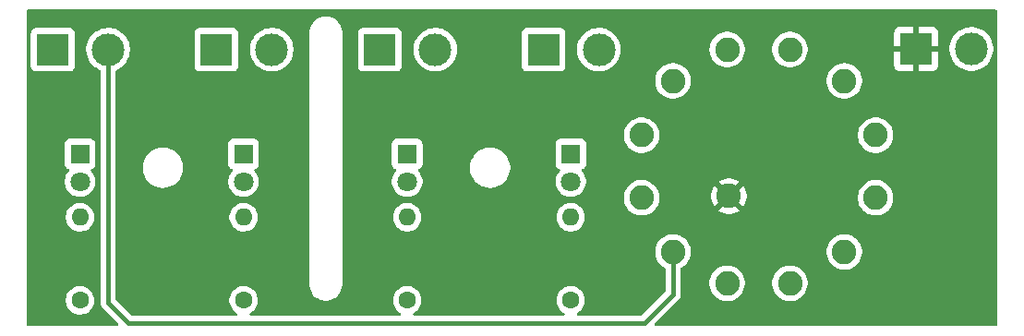
<source format=gbl>
%TF.GenerationSoftware,KiCad,Pcbnew,9.0.0+dfsg-1*%
%TF.CreationDate,2025-03-19T00:39:58+01:00*%
%TF.ProjectId,control-matrix-4,636f6e74-726f-46c2-9d6d-61747269782d,1.0*%
%TF.SameCoordinates,Original*%
%TF.FileFunction,Copper,L2,Bot*%
%TF.FilePolarity,Positive*%
%FSLAX46Y46*%
G04 Gerber Fmt 4.6, Leading zero omitted, Abs format (unit mm)*
G04 Created by KiCad (PCBNEW 9.0.0+dfsg-1) date 2025-03-19 00:39:58*
%MOMM*%
%LPD*%
G01*
G04 APERTURE LIST*
%TA.AperFunction,ComponentPad*%
%ADD10R,1.800000X1.800000*%
%TD*%
%TA.AperFunction,ComponentPad*%
%ADD11C,1.800000*%
%TD*%
%TA.AperFunction,ComponentPad*%
%ADD12C,2.250000*%
%TD*%
%TA.AperFunction,ComponentPad*%
%ADD13C,1.600000*%
%TD*%
%TA.AperFunction,ComponentPad*%
%ADD14O,1.600000X1.600000*%
%TD*%
%TA.AperFunction,ComponentPad*%
%ADD15R,3.000000X3.000000*%
%TD*%
%TA.AperFunction,ComponentPad*%
%ADD16C,3.000000*%
%TD*%
%TA.AperFunction,Conductor*%
%ADD17C,0.400000*%
%TD*%
G04 APERTURE END LIST*
D10*
%TO.P,D3,1,K*%
%TO.N,Net-(D3-K)*%
X95400000Y-93730000D03*
D11*
%TO.P,D3,2,A*%
%TO.N,Net-(D3-A)*%
X95400000Y-96270000D03*
%TD*%
D12*
%TO.P,SW1,1,1*%
%TO.N,unconnected-(SW1-Pad1)*%
X124754220Y-105600000D03*
%TO.P,SW1,2,2*%
%TO.N,Net-(D1-K)*%
X119778230Y-102727110D03*
%TO.P,SW1,3,3*%
%TO.N,Net-(D2-K)*%
X116905330Y-97751110D03*
%TO.P,SW1,4,4*%
%TO.N,Net-(D3-K)*%
X116905330Y-92005330D03*
%TO.P,SW1,5,5*%
%TO.N,Net-(D4-K)*%
X119778230Y-87029340D03*
%TO.P,SW1,6,6*%
%TO.N,unconnected-(SW1-Pad6)*%
X124754220Y-84156450D03*
%TO.P,SW1,7,7*%
%TO.N,unconnected-(SW1-Pad7)*%
X130500000Y-84156450D03*
%TO.P,SW1,8,8*%
%TO.N,unconnected-(SW1-Pad8)*%
X135476000Y-87029340D03*
%TO.P,SW1,9,9*%
%TO.N,unconnected-(SW1-Pad9)*%
X138348890Y-92005329D03*
%TO.P,SW1,10,10*%
%TO.N,unconnected-(SW1-Pad10)*%
X138348890Y-97751110D03*
%TO.P,SW1,11,11*%
%TO.N,unconnected-(SW1-Pad11)*%
X135476000Y-102727110D03*
%TO.P,SW1,12,12*%
%TO.N,unconnected-(SW1-Pad12)*%
X130500000Y-105600000D03*
%TO.P,SW1,13,13*%
%TO.N,GND*%
X124904750Y-97600580D03*
%TD*%
D13*
%TO.P,R2,1*%
%TO.N,+12V*%
X80400000Y-107170000D03*
D14*
%TO.P,R2,2*%
%TO.N,Net-(D2-A)*%
X80400000Y-99550000D03*
%TD*%
D10*
%TO.P,D2,1,K*%
%TO.N,Net-(D2-K)*%
X80400000Y-93730000D03*
D11*
%TO.P,D2,2,A*%
%TO.N,Net-(D2-A)*%
X80400000Y-96270000D03*
%TD*%
D10*
%TO.P,D4,1,K*%
%TO.N,Net-(D4-K)*%
X110400000Y-93730000D03*
D11*
%TO.P,D4,2,A*%
%TO.N,Net-(D4-A)*%
X110400000Y-96270000D03*
%TD*%
D13*
%TO.P,R4,1*%
%TO.N,+12V*%
X110400000Y-107170000D03*
D14*
%TO.P,R4,2*%
%TO.N,Net-(D4-A)*%
X110400000Y-99550000D03*
%TD*%
D13*
%TO.P,R1,1*%
%TO.N,+12V*%
X65400000Y-107170000D03*
D14*
%TO.P,R1,2*%
%TO.N,Net-(D1-A)*%
X65400000Y-99550000D03*
%TD*%
D10*
%TO.P,D1,1,K*%
%TO.N,Net-(D1-K)*%
X65400000Y-93730000D03*
D11*
%TO.P,D1,2,A*%
%TO.N,Net-(D1-A)*%
X65400000Y-96270000D03*
%TD*%
D13*
%TO.P,R3,1*%
%TO.N,+12V*%
X95400000Y-107170000D03*
D14*
%TO.P,R3,2*%
%TO.N,Net-(D3-A)*%
X95400000Y-99550000D03*
%TD*%
D15*
%TO.P,J1,1,Pin_1*%
%TO.N,Net-(D1-K)*%
X62900000Y-84170000D03*
D16*
%TO.P,J1,2,Pin_2*%
X67980000Y-84170000D03*
%TD*%
D15*
%TO.P,J2,1,Pin_1*%
%TO.N,Net-(D2-K)*%
X77900000Y-84170000D03*
D16*
%TO.P,J2,2,Pin_2*%
X82980000Y-84170000D03*
%TD*%
D15*
%TO.P,J3,1,Pin_1*%
%TO.N,Net-(D3-K)*%
X92900000Y-84170000D03*
D16*
%TO.P,J3,2,Pin_2*%
X97980000Y-84170000D03*
%TD*%
D15*
%TO.P,J4,1,Pin_1*%
%TO.N,Net-(D4-K)*%
X107900000Y-84170000D03*
D16*
%TO.P,J4,2,Pin_2*%
X112980000Y-84170000D03*
%TD*%
D15*
%TO.P,J9,1,Pin_1*%
%TO.N,GND*%
X142060000Y-84100000D03*
D16*
%TO.P,J9,2,Pin_2*%
%TO.N,+12V*%
X147140000Y-84100000D03*
%TD*%
D17*
%TO.N,Net-(D1-K)*%
X117151000Y-109249000D02*
X119778230Y-106621770D01*
X67980000Y-107380000D02*
X69849000Y-109249000D01*
X119778230Y-106621770D02*
X119778230Y-102727110D01*
X67980000Y-84170000D02*
X67980000Y-107380000D01*
X69849000Y-109249000D02*
X117151000Y-109249000D01*
%TO.N,Net-(D4-K)*%
X119396899Y-87200000D02*
X119672890Y-86924009D01*
%TD*%
%TA.AperFunction,Conductor*%
%TO.N,GND*%
G36*
X149442539Y-80520185D02*
G01*
X149488294Y-80572989D01*
X149499500Y-80624500D01*
X149499500Y-109375500D01*
X149479815Y-109442539D01*
X149427011Y-109488294D01*
X149375500Y-109499500D01*
X118190519Y-109499500D01*
X118123480Y-109479815D01*
X118077725Y-109427011D01*
X118067781Y-109357853D01*
X118096806Y-109294297D01*
X118102838Y-109287819D01*
X120322342Y-107068315D01*
X120322344Y-107068313D01*
X120374502Y-106990252D01*
X120399005Y-106953581D01*
X120436343Y-106863437D01*
X120451810Y-106826099D01*
X120465112Y-106759225D01*
X120478730Y-106690763D01*
X120478730Y-105472070D01*
X123128720Y-105472070D01*
X123128720Y-105727929D01*
X123168746Y-105980640D01*
X123247808Y-106223972D01*
X123247809Y-106223975D01*
X123363970Y-106451950D01*
X123514352Y-106658935D01*
X123514356Y-106658940D01*
X123695279Y-106839863D01*
X123695284Y-106839867D01*
X123851799Y-106953581D01*
X123902273Y-106990252D01*
X124048658Y-107064839D01*
X124130244Y-107106410D01*
X124130247Y-107106411D01*
X124251913Y-107145942D01*
X124373581Y-107185474D01*
X124626290Y-107225500D01*
X124626291Y-107225500D01*
X124882149Y-107225500D01*
X124882150Y-107225500D01*
X125134859Y-107185474D01*
X125378195Y-107106410D01*
X125606167Y-106990252D01*
X125813162Y-106839862D01*
X125994082Y-106658942D01*
X126144472Y-106451947D01*
X126260630Y-106223975D01*
X126339694Y-105980639D01*
X126379720Y-105727930D01*
X126379720Y-105472070D01*
X128874500Y-105472070D01*
X128874500Y-105727929D01*
X128914526Y-105980640D01*
X128993588Y-106223972D01*
X128993589Y-106223975D01*
X129109750Y-106451950D01*
X129260132Y-106658935D01*
X129260136Y-106658940D01*
X129441059Y-106839863D01*
X129441064Y-106839867D01*
X129597579Y-106953581D01*
X129648053Y-106990252D01*
X129794438Y-107064839D01*
X129876024Y-107106410D01*
X129876027Y-107106411D01*
X129997693Y-107145942D01*
X130119361Y-107185474D01*
X130372070Y-107225500D01*
X130372071Y-107225500D01*
X130627929Y-107225500D01*
X130627930Y-107225500D01*
X130880639Y-107185474D01*
X131123975Y-107106410D01*
X131351947Y-106990252D01*
X131558942Y-106839862D01*
X131739862Y-106658942D01*
X131890252Y-106451947D01*
X132006410Y-106223975D01*
X132085474Y-105980639D01*
X132125500Y-105727930D01*
X132125500Y-105472070D01*
X132085474Y-105219361D01*
X132006410Y-104976025D01*
X132006410Y-104976024D01*
X131966185Y-104897080D01*
X131890252Y-104748053D01*
X131871038Y-104721607D01*
X131739867Y-104541064D01*
X131739863Y-104541059D01*
X131558940Y-104360136D01*
X131558935Y-104360132D01*
X131351950Y-104209750D01*
X131351949Y-104209749D01*
X131351947Y-104209748D01*
X131278910Y-104172533D01*
X131123975Y-104093589D01*
X131123972Y-104093588D01*
X130880640Y-104014526D01*
X130754284Y-103994513D01*
X130627930Y-103974500D01*
X130372070Y-103974500D01*
X130287833Y-103987842D01*
X130119359Y-104014526D01*
X129876027Y-104093588D01*
X129876024Y-104093589D01*
X129648049Y-104209750D01*
X129441064Y-104360132D01*
X129441059Y-104360136D01*
X129260136Y-104541059D01*
X129260132Y-104541064D01*
X129109750Y-104748049D01*
X128993589Y-104976024D01*
X128993588Y-104976027D01*
X128914526Y-105219359D01*
X128874500Y-105472070D01*
X126379720Y-105472070D01*
X126339694Y-105219361D01*
X126260630Y-104976025D01*
X126260630Y-104976024D01*
X126220405Y-104897080D01*
X126144472Y-104748053D01*
X126125258Y-104721607D01*
X125994087Y-104541064D01*
X125994083Y-104541059D01*
X125813160Y-104360136D01*
X125813155Y-104360132D01*
X125606170Y-104209750D01*
X125606169Y-104209749D01*
X125606167Y-104209748D01*
X125533130Y-104172533D01*
X125378195Y-104093589D01*
X125378192Y-104093588D01*
X125134860Y-104014526D01*
X125008504Y-103994513D01*
X124882150Y-103974500D01*
X124626290Y-103974500D01*
X124542053Y-103987842D01*
X124373579Y-104014526D01*
X124130247Y-104093588D01*
X124130244Y-104093589D01*
X123902269Y-104209750D01*
X123695284Y-104360132D01*
X123695279Y-104360136D01*
X123514356Y-104541059D01*
X123514352Y-104541064D01*
X123363970Y-104748049D01*
X123247809Y-104976024D01*
X123247808Y-104976027D01*
X123168746Y-105219359D01*
X123128720Y-105472070D01*
X120478730Y-105472070D01*
X120478730Y-104270515D01*
X120498415Y-104203476D01*
X120546436Y-104160030D01*
X120630177Y-104117362D01*
X120837172Y-103966972D01*
X121018092Y-103786052D01*
X121168482Y-103579057D01*
X121284640Y-103351085D01*
X121363704Y-103107749D01*
X121403730Y-102855040D01*
X121403730Y-102599180D01*
X133850500Y-102599180D01*
X133850500Y-102855039D01*
X133890526Y-103107750D01*
X133969588Y-103351082D01*
X133969589Y-103351085D01*
X134085750Y-103579060D01*
X134236132Y-103786045D01*
X134236136Y-103786050D01*
X134417059Y-103966973D01*
X134417064Y-103966977D01*
X134597607Y-104098148D01*
X134624053Y-104117362D01*
X134773080Y-104193295D01*
X134852024Y-104233520D01*
X134852027Y-104233521D01*
X134965885Y-104270515D01*
X135095361Y-104312584D01*
X135348070Y-104352610D01*
X135348071Y-104352610D01*
X135603929Y-104352610D01*
X135603930Y-104352610D01*
X135856639Y-104312584D01*
X136099975Y-104233520D01*
X136327947Y-104117362D01*
X136534942Y-103966972D01*
X136715862Y-103786052D01*
X136866252Y-103579057D01*
X136982410Y-103351085D01*
X137061474Y-103107749D01*
X137101500Y-102855040D01*
X137101500Y-102599180D01*
X137061474Y-102346471D01*
X136982410Y-102103135D01*
X136982410Y-102103134D01*
X136942185Y-102024190D01*
X136866252Y-101875163D01*
X136847038Y-101848717D01*
X136715867Y-101668174D01*
X136715863Y-101668169D01*
X136534940Y-101487246D01*
X136534935Y-101487242D01*
X136327950Y-101336860D01*
X136327949Y-101336859D01*
X136327947Y-101336858D01*
X136254910Y-101299643D01*
X136099975Y-101220699D01*
X136099972Y-101220698D01*
X135856640Y-101141636D01*
X135730284Y-101121623D01*
X135603930Y-101101610D01*
X135348070Y-101101610D01*
X135263833Y-101114952D01*
X135095359Y-101141636D01*
X134852027Y-101220698D01*
X134852024Y-101220699D01*
X134624049Y-101336860D01*
X134417064Y-101487242D01*
X134417059Y-101487246D01*
X134236136Y-101668169D01*
X134236132Y-101668174D01*
X134085750Y-101875159D01*
X133969589Y-102103134D01*
X133969588Y-102103137D01*
X133890526Y-102346469D01*
X133850500Y-102599180D01*
X121403730Y-102599180D01*
X121363704Y-102346471D01*
X121284640Y-102103135D01*
X121284640Y-102103134D01*
X121244415Y-102024190D01*
X121168482Y-101875163D01*
X121149268Y-101848717D01*
X121018097Y-101668174D01*
X121018093Y-101668169D01*
X120837170Y-101487246D01*
X120837165Y-101487242D01*
X120630180Y-101336860D01*
X120630179Y-101336859D01*
X120630177Y-101336858D01*
X120557140Y-101299643D01*
X120402205Y-101220699D01*
X120402202Y-101220698D01*
X120158870Y-101141636D01*
X120032514Y-101121623D01*
X119906160Y-101101610D01*
X119650300Y-101101610D01*
X119566063Y-101114952D01*
X119397589Y-101141636D01*
X119154257Y-101220698D01*
X119154254Y-101220699D01*
X118926279Y-101336860D01*
X118719294Y-101487242D01*
X118719289Y-101487246D01*
X118538366Y-101668169D01*
X118538362Y-101668174D01*
X118387980Y-101875159D01*
X118271819Y-102103134D01*
X118271818Y-102103137D01*
X118192756Y-102346469D01*
X118152730Y-102599180D01*
X118152730Y-102855039D01*
X118192756Y-103107750D01*
X118271818Y-103351082D01*
X118271819Y-103351085D01*
X118387980Y-103579060D01*
X118538362Y-103786045D01*
X118538366Y-103786050D01*
X118719289Y-103966973D01*
X118719294Y-103966977D01*
X118926281Y-104117361D01*
X119010024Y-104160030D01*
X119060821Y-104208004D01*
X119077730Y-104270515D01*
X119077730Y-106280251D01*
X119058045Y-106347290D01*
X119041411Y-106367932D01*
X116897162Y-108512181D01*
X116835839Y-108545666D01*
X116809481Y-108548500D01*
X111075635Y-108548500D01*
X111008596Y-108528815D01*
X110962841Y-108476011D01*
X110952897Y-108406853D01*
X110981922Y-108343297D01*
X111019340Y-108314015D01*
X111081610Y-108282287D01*
X111102770Y-108266913D01*
X111247213Y-108161971D01*
X111247215Y-108161968D01*
X111247219Y-108161966D01*
X111391966Y-108017219D01*
X111391968Y-108017215D01*
X111391971Y-108017213D01*
X111444732Y-107944590D01*
X111512287Y-107851610D01*
X111605220Y-107669219D01*
X111668477Y-107474534D01*
X111700500Y-107272352D01*
X111700500Y-107067648D01*
X111689305Y-106996965D01*
X111668477Y-106865465D01*
X111639127Y-106775137D01*
X111605220Y-106670781D01*
X111605218Y-106670778D01*
X111605218Y-106670776D01*
X111571503Y-106604607D01*
X111512287Y-106488390D01*
X111485810Y-106451947D01*
X111391971Y-106322786D01*
X111247213Y-106178028D01*
X111081613Y-106057715D01*
X111081612Y-106057714D01*
X111081610Y-106057713D01*
X111024653Y-106028691D01*
X110899223Y-105964781D01*
X110704534Y-105901522D01*
X110529995Y-105873878D01*
X110502352Y-105869500D01*
X110297648Y-105869500D01*
X110273329Y-105873351D01*
X110095465Y-105901522D01*
X109900776Y-105964781D01*
X109718386Y-106057715D01*
X109552786Y-106178028D01*
X109408028Y-106322786D01*
X109287715Y-106488386D01*
X109194781Y-106670776D01*
X109131522Y-106865465D01*
X109099500Y-107067648D01*
X109099500Y-107272351D01*
X109131522Y-107474534D01*
X109194781Y-107669223D01*
X109287715Y-107851613D01*
X109408028Y-108017213D01*
X109552786Y-108161971D01*
X109718385Y-108282284D01*
X109718387Y-108282285D01*
X109718390Y-108282287D01*
X109780660Y-108314015D01*
X109831456Y-108361990D01*
X109848251Y-108429811D01*
X109825714Y-108495945D01*
X109770999Y-108539397D01*
X109724365Y-108548500D01*
X96075635Y-108548500D01*
X96008596Y-108528815D01*
X95962841Y-108476011D01*
X95952897Y-108406853D01*
X95981922Y-108343297D01*
X96019340Y-108314015D01*
X96081610Y-108282287D01*
X96102770Y-108266913D01*
X96247213Y-108161971D01*
X96247215Y-108161968D01*
X96247219Y-108161966D01*
X96391966Y-108017219D01*
X96391968Y-108017215D01*
X96391971Y-108017213D01*
X96444732Y-107944590D01*
X96512287Y-107851610D01*
X96605220Y-107669219D01*
X96668477Y-107474534D01*
X96700500Y-107272352D01*
X96700500Y-107067648D01*
X96689305Y-106996965D01*
X96668477Y-106865465D01*
X96639127Y-106775137D01*
X96605220Y-106670781D01*
X96605218Y-106670778D01*
X96605218Y-106670776D01*
X96571503Y-106604607D01*
X96512287Y-106488390D01*
X96485810Y-106451947D01*
X96391971Y-106322786D01*
X96247213Y-106178028D01*
X96081613Y-106057715D01*
X96081612Y-106057714D01*
X96081610Y-106057713D01*
X96024653Y-106028691D01*
X95899223Y-105964781D01*
X95704534Y-105901522D01*
X95529995Y-105873878D01*
X95502352Y-105869500D01*
X95297648Y-105869500D01*
X95273329Y-105873351D01*
X95095465Y-105901522D01*
X94900776Y-105964781D01*
X94718386Y-106057715D01*
X94552786Y-106178028D01*
X94408028Y-106322786D01*
X94287715Y-106488386D01*
X94194781Y-106670776D01*
X94131522Y-106865465D01*
X94099500Y-107067648D01*
X94099500Y-107272351D01*
X94131522Y-107474534D01*
X94194781Y-107669223D01*
X94287715Y-107851613D01*
X94408028Y-108017213D01*
X94552786Y-108161971D01*
X94718385Y-108282284D01*
X94718387Y-108282285D01*
X94718390Y-108282287D01*
X94780660Y-108314015D01*
X94831456Y-108361990D01*
X94848251Y-108429811D01*
X94825714Y-108495945D01*
X94770999Y-108539397D01*
X94724365Y-108548500D01*
X81075635Y-108548500D01*
X81008596Y-108528815D01*
X80962841Y-108476011D01*
X80952897Y-108406853D01*
X80981922Y-108343297D01*
X81019340Y-108314015D01*
X81081610Y-108282287D01*
X81102770Y-108266913D01*
X81247213Y-108161971D01*
X81247215Y-108161968D01*
X81247219Y-108161966D01*
X81391966Y-108017219D01*
X81391968Y-108017215D01*
X81391971Y-108017213D01*
X81444732Y-107944590D01*
X81512287Y-107851610D01*
X81605220Y-107669219D01*
X81668477Y-107474534D01*
X81700500Y-107272352D01*
X81700500Y-107067648D01*
X81689305Y-106996965D01*
X81668477Y-106865465D01*
X81639127Y-106775137D01*
X81605220Y-106670781D01*
X81605218Y-106670778D01*
X81605218Y-106670776D01*
X81571503Y-106604607D01*
X81512287Y-106488390D01*
X81485810Y-106451947D01*
X81391971Y-106322786D01*
X81247213Y-106178028D01*
X81081613Y-106057715D01*
X81081612Y-106057714D01*
X81081610Y-106057713D01*
X81024653Y-106028691D01*
X80899223Y-105964781D01*
X80704534Y-105901522D01*
X80529995Y-105873878D01*
X80502352Y-105869500D01*
X80297648Y-105869500D01*
X80273329Y-105873351D01*
X80095465Y-105901522D01*
X79900776Y-105964781D01*
X79718386Y-106057715D01*
X79552786Y-106178028D01*
X79408028Y-106322786D01*
X79287715Y-106488386D01*
X79194781Y-106670776D01*
X79131522Y-106865465D01*
X79099500Y-107067648D01*
X79099500Y-107272351D01*
X79131522Y-107474534D01*
X79194781Y-107669223D01*
X79287715Y-107851613D01*
X79408028Y-108017213D01*
X79552786Y-108161971D01*
X79718385Y-108282284D01*
X79718387Y-108282285D01*
X79718390Y-108282287D01*
X79780660Y-108314015D01*
X79831456Y-108361990D01*
X79848251Y-108429811D01*
X79825714Y-108495945D01*
X79770999Y-108539397D01*
X79724365Y-108548500D01*
X70190519Y-108548500D01*
X70123480Y-108528815D01*
X70102838Y-108512181D01*
X68716819Y-107126162D01*
X68683334Y-107064839D01*
X68680500Y-107038481D01*
X68680500Y-99447648D01*
X79099500Y-99447648D01*
X79099500Y-99652351D01*
X79131522Y-99854534D01*
X79194781Y-100049223D01*
X79287715Y-100231613D01*
X79408028Y-100397213D01*
X79552786Y-100541971D01*
X79707749Y-100654556D01*
X79718390Y-100662287D01*
X79834607Y-100721503D01*
X79900776Y-100755218D01*
X79900778Y-100755218D01*
X79900781Y-100755220D01*
X80005137Y-100789127D01*
X80095465Y-100818477D01*
X80196557Y-100834488D01*
X80297648Y-100850500D01*
X80297649Y-100850500D01*
X80502351Y-100850500D01*
X80502352Y-100850500D01*
X80704534Y-100818477D01*
X80899219Y-100755220D01*
X81081610Y-100662287D01*
X81174590Y-100594732D01*
X81247213Y-100541971D01*
X81247215Y-100541968D01*
X81247219Y-100541966D01*
X81391966Y-100397219D01*
X81391968Y-100397215D01*
X81391971Y-100397213D01*
X81444732Y-100324590D01*
X81512287Y-100231610D01*
X81605220Y-100049219D01*
X81668477Y-99854534D01*
X81700500Y-99652352D01*
X81700500Y-99447648D01*
X81682909Y-99336583D01*
X81668477Y-99245465D01*
X81605218Y-99050776D01*
X81534878Y-98912728D01*
X81512287Y-98868390D01*
X81504556Y-98857749D01*
X81391971Y-98702786D01*
X81247213Y-98558028D01*
X81081613Y-98437715D01*
X81081612Y-98437714D01*
X81081610Y-98437713D01*
X81024653Y-98408691D01*
X80899223Y-98344781D01*
X80704534Y-98281522D01*
X80529995Y-98253878D01*
X80502352Y-98249500D01*
X80297648Y-98249500D01*
X80273329Y-98253351D01*
X80095465Y-98281522D01*
X79900776Y-98344781D01*
X79718386Y-98437715D01*
X79552786Y-98558028D01*
X79408028Y-98702786D01*
X79287715Y-98868386D01*
X79194781Y-99050776D01*
X79131522Y-99245465D01*
X79099500Y-99447648D01*
X68680500Y-99447648D01*
X68680500Y-94878711D01*
X71149500Y-94878711D01*
X71149500Y-95121288D01*
X71181161Y-95361785D01*
X71243947Y-95596104D01*
X71336773Y-95820205D01*
X71336776Y-95820212D01*
X71458064Y-96030289D01*
X71458066Y-96030292D01*
X71458067Y-96030293D01*
X71605733Y-96222736D01*
X71605739Y-96222743D01*
X71777256Y-96394260D01*
X71777263Y-96394266D01*
X71890321Y-96481018D01*
X71969711Y-96541936D01*
X72179788Y-96663224D01*
X72249668Y-96692169D01*
X72386604Y-96748890D01*
X72403900Y-96756054D01*
X72638211Y-96818838D01*
X72818586Y-96842584D01*
X72878711Y-96850500D01*
X72878712Y-96850500D01*
X73121289Y-96850500D01*
X73169388Y-96844167D01*
X73361789Y-96818838D01*
X73596100Y-96756054D01*
X73820212Y-96663224D01*
X74030289Y-96541936D01*
X74222738Y-96394265D01*
X74394265Y-96222738D01*
X74541936Y-96030289D01*
X74663224Y-95820212D01*
X74756054Y-95596100D01*
X74818838Y-95361789D01*
X74850500Y-95121288D01*
X74850500Y-94878712D01*
X74849660Y-94872335D01*
X74824060Y-94677876D01*
X74818838Y-94638211D01*
X74756054Y-94403900D01*
X74663224Y-94179788D01*
X74541936Y-93969711D01*
X74394265Y-93777262D01*
X74394260Y-93777256D01*
X74222743Y-93605739D01*
X74222736Y-93605733D01*
X74030293Y-93458067D01*
X74030292Y-93458066D01*
X74030289Y-93458064D01*
X73820212Y-93336776D01*
X73820205Y-93336773D01*
X73596104Y-93243947D01*
X73361785Y-93181161D01*
X73121289Y-93149500D01*
X73121288Y-93149500D01*
X72878712Y-93149500D01*
X72878711Y-93149500D01*
X72638214Y-93181161D01*
X72403895Y-93243947D01*
X72179794Y-93336773D01*
X72179785Y-93336777D01*
X71969706Y-93458067D01*
X71777263Y-93605733D01*
X71777256Y-93605739D01*
X71605739Y-93777256D01*
X71605733Y-93777263D01*
X71458067Y-93969706D01*
X71336777Y-94179785D01*
X71336773Y-94179794D01*
X71243947Y-94403895D01*
X71181161Y-94638214D01*
X71149500Y-94878711D01*
X68680500Y-94878711D01*
X68680500Y-92782135D01*
X78999500Y-92782135D01*
X78999500Y-94677870D01*
X78999501Y-94677876D01*
X79005908Y-94737483D01*
X79056202Y-94872328D01*
X79056206Y-94872335D01*
X79142452Y-94987544D01*
X79142455Y-94987547D01*
X79257664Y-95073793D01*
X79257671Y-95073797D01*
X79337580Y-95103601D01*
X79393514Y-95145472D01*
X79417931Y-95210936D01*
X79403080Y-95279209D01*
X79381929Y-95307463D01*
X79331756Y-95357636D01*
X79331752Y-95357641D01*
X79202187Y-95535974D01*
X79102104Y-95732393D01*
X79102103Y-95732396D01*
X79033985Y-95942047D01*
X79033985Y-95942049D01*
X78999500Y-96159778D01*
X78999500Y-96380222D01*
X79001724Y-96394265D01*
X79033985Y-96597952D01*
X79102103Y-96807603D01*
X79102104Y-96807606D01*
X79202187Y-97004025D01*
X79331752Y-97182358D01*
X79331756Y-97182363D01*
X79487636Y-97338243D01*
X79487641Y-97338247D01*
X79643192Y-97451260D01*
X79665978Y-97467815D01*
X79781567Y-97526711D01*
X79862393Y-97567895D01*
X79862396Y-97567896D01*
X79962990Y-97600580D01*
X80072049Y-97636015D01*
X80289778Y-97670500D01*
X80289779Y-97670500D01*
X80510221Y-97670500D01*
X80510222Y-97670500D01*
X80727951Y-97636015D01*
X80937606Y-97567895D01*
X81134022Y-97467815D01*
X81312365Y-97338242D01*
X81468242Y-97182365D01*
X81597815Y-97004022D01*
X81697895Y-96807606D01*
X81766015Y-96597951D01*
X81800500Y-96380222D01*
X81800500Y-96159778D01*
X81766015Y-95942049D01*
X81697895Y-95732394D01*
X81697895Y-95732393D01*
X81628451Y-95596104D01*
X81597815Y-95535978D01*
X81581260Y-95513192D01*
X81468247Y-95357641D01*
X81468243Y-95357636D01*
X81418071Y-95307464D01*
X81384586Y-95246141D01*
X81389570Y-95176449D01*
X81431442Y-95120516D01*
X81462420Y-95103601D01*
X81542326Y-95073798D01*
X81542326Y-95073797D01*
X81542331Y-95073796D01*
X81657546Y-94987546D01*
X81743796Y-94872331D01*
X81794091Y-94737483D01*
X81800500Y-94677873D01*
X81800499Y-92782128D01*
X81794091Y-92722517D01*
X81743796Y-92587669D01*
X81743795Y-92587668D01*
X81743793Y-92587664D01*
X81657547Y-92472455D01*
X81657544Y-92472452D01*
X81542335Y-92386206D01*
X81542328Y-92386202D01*
X81407482Y-92335908D01*
X81407483Y-92335908D01*
X81347883Y-92329501D01*
X81347881Y-92329500D01*
X81347873Y-92329500D01*
X81347864Y-92329500D01*
X79452129Y-92329500D01*
X79452123Y-92329501D01*
X79392516Y-92335908D01*
X79257671Y-92386202D01*
X79257664Y-92386206D01*
X79142455Y-92472452D01*
X79142452Y-92472455D01*
X79056206Y-92587664D01*
X79056202Y-92587671D01*
X79005908Y-92722517D01*
X78999501Y-92782116D01*
X78999501Y-92782123D01*
X78999500Y-92782135D01*
X68680500Y-92782135D01*
X68680500Y-86128022D01*
X68700185Y-86060983D01*
X68752989Y-86015228D01*
X68757048Y-86013461D01*
X68866685Y-85968048D01*
X68866685Y-85968047D01*
X68866697Y-85968043D01*
X69093803Y-85836924D01*
X69301851Y-85677282D01*
X69301855Y-85677277D01*
X69301860Y-85677274D01*
X69487274Y-85491860D01*
X69487277Y-85491855D01*
X69487282Y-85491851D01*
X69646924Y-85283803D01*
X69778043Y-85056697D01*
X69878398Y-84814419D01*
X69946270Y-84561116D01*
X69980500Y-84301120D01*
X69980500Y-84038880D01*
X69946270Y-83778884D01*
X69878398Y-83525581D01*
X69878394Y-83525571D01*
X69778046Y-83283309D01*
X69778041Y-83283299D01*
X69646924Y-83056196D01*
X69487281Y-82848148D01*
X69487274Y-82848140D01*
X69301860Y-82662726D01*
X69301851Y-82662718D01*
X69248963Y-82622135D01*
X75899500Y-82622135D01*
X75899500Y-85717870D01*
X75899501Y-85717876D01*
X75905908Y-85777483D01*
X75956202Y-85912328D01*
X75956206Y-85912335D01*
X76042452Y-86027544D01*
X76042455Y-86027547D01*
X76157664Y-86113793D01*
X76157671Y-86113797D01*
X76292517Y-86164091D01*
X76292516Y-86164091D01*
X76299444Y-86164835D01*
X76352127Y-86170500D01*
X79447872Y-86170499D01*
X79507483Y-86164091D01*
X79642331Y-86113796D01*
X79757546Y-86027546D01*
X79843796Y-85912331D01*
X79894091Y-85777483D01*
X79900500Y-85717873D01*
X79900499Y-84038872D01*
X80979500Y-84038872D01*
X80979500Y-84301127D01*
X80982207Y-84321684D01*
X81013730Y-84561116D01*
X81081602Y-84814418D01*
X81081605Y-84814428D01*
X81181953Y-85056690D01*
X81181958Y-85056700D01*
X81313075Y-85283803D01*
X81472718Y-85491851D01*
X81472726Y-85491860D01*
X81658140Y-85677274D01*
X81658148Y-85677281D01*
X81866196Y-85836924D01*
X82093299Y-85968041D01*
X82093309Y-85968046D01*
X82335571Y-86068394D01*
X82335581Y-86068398D01*
X82588884Y-86136270D01*
X82837188Y-86168960D01*
X82848864Y-86170498D01*
X82848880Y-86170500D01*
X82848887Y-86170500D01*
X83111113Y-86170500D01*
X83111120Y-86170500D01*
X83371116Y-86136270D01*
X83624419Y-86068398D01*
X83866697Y-85968043D01*
X84093803Y-85836924D01*
X84301851Y-85677282D01*
X84301855Y-85677277D01*
X84301860Y-85677274D01*
X84487274Y-85491860D01*
X84487277Y-85491855D01*
X84487282Y-85491851D01*
X84646924Y-85283803D01*
X84778043Y-85056697D01*
X84878398Y-84814419D01*
X84946270Y-84561116D01*
X84980500Y-84301120D01*
X84980500Y-84038880D01*
X84946270Y-83778884D01*
X84878398Y-83525581D01*
X84878394Y-83525571D01*
X84778046Y-83283309D01*
X84778041Y-83283299D01*
X84646924Y-83056196D01*
X84487281Y-82848148D01*
X84487274Y-82848140D01*
X84301860Y-82662726D01*
X84301855Y-82662722D01*
X84301851Y-82662718D01*
X84188069Y-82575409D01*
X84093803Y-82503075D01*
X84057130Y-82481902D01*
X86449500Y-82481902D01*
X86449500Y-105818097D01*
X86486446Y-106051368D01*
X86559433Y-106275996D01*
X86649087Y-106451950D01*
X86666657Y-106486433D01*
X86805483Y-106677510D01*
X86972490Y-106844517D01*
X87163567Y-106983343D01*
X87190302Y-106996965D01*
X87374003Y-107090566D01*
X87374005Y-107090566D01*
X87374008Y-107090568D01*
X87422765Y-107106410D01*
X87598631Y-107163553D01*
X87831903Y-107200500D01*
X87831908Y-107200500D01*
X88068097Y-107200500D01*
X88301368Y-107163553D01*
X88525992Y-107090568D01*
X88736433Y-106983343D01*
X88927510Y-106844517D01*
X89094517Y-106677510D01*
X89233343Y-106486433D01*
X89340568Y-106275992D01*
X89413553Y-106051368D01*
X89424755Y-105980640D01*
X89450500Y-105818097D01*
X89450500Y-99447648D01*
X94099500Y-99447648D01*
X94099500Y-99652351D01*
X94131522Y-99854534D01*
X94194781Y-100049223D01*
X94287715Y-100231613D01*
X94408028Y-100397213D01*
X94552786Y-100541971D01*
X94707749Y-100654556D01*
X94718390Y-100662287D01*
X94834607Y-100721503D01*
X94900776Y-100755218D01*
X94900778Y-100755218D01*
X94900781Y-100755220D01*
X95005137Y-100789127D01*
X95095465Y-100818477D01*
X95196557Y-100834488D01*
X95297648Y-100850500D01*
X95297649Y-100850500D01*
X95502351Y-100850500D01*
X95502352Y-100850500D01*
X95704534Y-100818477D01*
X95899219Y-100755220D01*
X96081610Y-100662287D01*
X96174590Y-100594732D01*
X96247213Y-100541971D01*
X96247215Y-100541968D01*
X96247219Y-100541966D01*
X96391966Y-100397219D01*
X96391968Y-100397215D01*
X96391971Y-100397213D01*
X96444732Y-100324590D01*
X96512287Y-100231610D01*
X96605220Y-100049219D01*
X96668477Y-99854534D01*
X96700500Y-99652352D01*
X96700500Y-99447648D01*
X109099500Y-99447648D01*
X109099500Y-99652351D01*
X109131522Y-99854534D01*
X109194781Y-100049223D01*
X109287715Y-100231613D01*
X109408028Y-100397213D01*
X109552786Y-100541971D01*
X109707749Y-100654556D01*
X109718390Y-100662287D01*
X109834607Y-100721503D01*
X109900776Y-100755218D01*
X109900778Y-100755218D01*
X109900781Y-100755220D01*
X110005137Y-100789127D01*
X110095465Y-100818477D01*
X110196557Y-100834488D01*
X110297648Y-100850500D01*
X110297649Y-100850500D01*
X110502351Y-100850500D01*
X110502352Y-100850500D01*
X110704534Y-100818477D01*
X110899219Y-100755220D01*
X111081610Y-100662287D01*
X111174590Y-100594732D01*
X111247213Y-100541971D01*
X111247215Y-100541968D01*
X111247219Y-100541966D01*
X111391966Y-100397219D01*
X111391968Y-100397215D01*
X111391971Y-100397213D01*
X111444732Y-100324590D01*
X111512287Y-100231610D01*
X111605220Y-100049219D01*
X111668477Y-99854534D01*
X111700500Y-99652352D01*
X111700500Y-99447648D01*
X111682909Y-99336583D01*
X111668477Y-99245465D01*
X111605218Y-99050776D01*
X111534878Y-98912728D01*
X111512287Y-98868390D01*
X111504556Y-98857749D01*
X111391971Y-98702786D01*
X111247213Y-98558028D01*
X111081613Y-98437715D01*
X111081612Y-98437714D01*
X111081610Y-98437713D01*
X111024653Y-98408691D01*
X110899223Y-98344781D01*
X110704534Y-98281522D01*
X110529995Y-98253878D01*
X110502352Y-98249500D01*
X110297648Y-98249500D01*
X110273329Y-98253351D01*
X110095465Y-98281522D01*
X109900776Y-98344781D01*
X109718386Y-98437715D01*
X109552786Y-98558028D01*
X109408028Y-98702786D01*
X109287715Y-98868386D01*
X109194781Y-99050776D01*
X109131522Y-99245465D01*
X109099500Y-99447648D01*
X96700500Y-99447648D01*
X96682909Y-99336583D01*
X96668477Y-99245465D01*
X96605218Y-99050776D01*
X96534878Y-98912728D01*
X96512287Y-98868390D01*
X96504556Y-98857749D01*
X96391971Y-98702786D01*
X96247213Y-98558028D01*
X96081613Y-98437715D01*
X96081612Y-98437714D01*
X96081610Y-98437713D01*
X96024653Y-98408691D01*
X95899223Y-98344781D01*
X95704534Y-98281522D01*
X95529995Y-98253878D01*
X95502352Y-98249500D01*
X95297648Y-98249500D01*
X95273329Y-98253351D01*
X95095465Y-98281522D01*
X94900776Y-98344781D01*
X94718386Y-98437715D01*
X94552786Y-98558028D01*
X94408028Y-98702786D01*
X94287715Y-98868386D01*
X94194781Y-99050776D01*
X94131522Y-99245465D01*
X94099500Y-99447648D01*
X89450500Y-99447648D01*
X89450500Y-92782135D01*
X93999500Y-92782135D01*
X93999500Y-94677870D01*
X93999501Y-94677876D01*
X94005908Y-94737483D01*
X94056202Y-94872328D01*
X94056206Y-94872335D01*
X94142452Y-94987544D01*
X94142455Y-94987547D01*
X94257664Y-95073793D01*
X94257671Y-95073797D01*
X94337580Y-95103601D01*
X94393514Y-95145472D01*
X94417931Y-95210936D01*
X94403080Y-95279209D01*
X94381929Y-95307463D01*
X94331756Y-95357636D01*
X94331752Y-95357641D01*
X94202187Y-95535974D01*
X94102104Y-95732393D01*
X94102103Y-95732396D01*
X94033985Y-95942047D01*
X94033985Y-95942049D01*
X93999500Y-96159778D01*
X93999500Y-96380222D01*
X94001724Y-96394265D01*
X94033985Y-96597952D01*
X94102103Y-96807603D01*
X94102104Y-96807606D01*
X94202187Y-97004025D01*
X94331752Y-97182358D01*
X94331756Y-97182363D01*
X94487636Y-97338243D01*
X94487641Y-97338247D01*
X94643192Y-97451260D01*
X94665978Y-97467815D01*
X94781567Y-97526711D01*
X94862393Y-97567895D01*
X94862396Y-97567896D01*
X94962990Y-97600580D01*
X95072049Y-97636015D01*
X95289778Y-97670500D01*
X95289779Y-97670500D01*
X95510221Y-97670500D01*
X95510222Y-97670500D01*
X95727951Y-97636015D01*
X95937606Y-97567895D01*
X96134022Y-97467815D01*
X96312365Y-97338242D01*
X96468242Y-97182365D01*
X96597815Y-97004022D01*
X96697895Y-96807606D01*
X96766015Y-96597951D01*
X96800500Y-96380222D01*
X96800500Y-96159778D01*
X96766015Y-95942049D01*
X96697895Y-95732394D01*
X96697895Y-95732393D01*
X96628451Y-95596104D01*
X96597815Y-95535978D01*
X96581260Y-95513192D01*
X96468247Y-95357641D01*
X96468243Y-95357636D01*
X96418071Y-95307464D01*
X96384586Y-95246141D01*
X96389570Y-95176449D01*
X96431442Y-95120516D01*
X96462420Y-95103601D01*
X96542326Y-95073798D01*
X96542326Y-95073797D01*
X96542331Y-95073796D01*
X96657546Y-94987546D01*
X96739020Y-94878711D01*
X101149500Y-94878711D01*
X101149500Y-95121288D01*
X101181161Y-95361785D01*
X101243947Y-95596104D01*
X101336773Y-95820205D01*
X101336776Y-95820212D01*
X101458064Y-96030289D01*
X101458066Y-96030292D01*
X101458067Y-96030293D01*
X101605733Y-96222736D01*
X101605739Y-96222743D01*
X101777256Y-96394260D01*
X101777263Y-96394266D01*
X101890321Y-96481018D01*
X101969711Y-96541936D01*
X102179788Y-96663224D01*
X102249668Y-96692169D01*
X102386604Y-96748890D01*
X102403900Y-96756054D01*
X102638211Y-96818838D01*
X102818586Y-96842584D01*
X102878711Y-96850500D01*
X102878712Y-96850500D01*
X103121289Y-96850500D01*
X103169388Y-96844167D01*
X103361789Y-96818838D01*
X103596100Y-96756054D01*
X103820212Y-96663224D01*
X104030289Y-96541936D01*
X104222738Y-96394265D01*
X104394265Y-96222738D01*
X104541936Y-96030289D01*
X104663224Y-95820212D01*
X104756054Y-95596100D01*
X104818838Y-95361789D01*
X104850500Y-95121288D01*
X104850500Y-94878712D01*
X104849660Y-94872335D01*
X104824060Y-94677876D01*
X104818838Y-94638211D01*
X104756054Y-94403900D01*
X104663224Y-94179788D01*
X104541936Y-93969711D01*
X104394265Y-93777262D01*
X104394260Y-93777256D01*
X104222743Y-93605739D01*
X104222736Y-93605733D01*
X104030293Y-93458067D01*
X104030292Y-93458066D01*
X104030289Y-93458064D01*
X103820212Y-93336776D01*
X103820205Y-93336773D01*
X103596104Y-93243947D01*
X103361785Y-93181161D01*
X103121289Y-93149500D01*
X103121288Y-93149500D01*
X102878712Y-93149500D01*
X102878711Y-93149500D01*
X102638214Y-93181161D01*
X102403895Y-93243947D01*
X102179794Y-93336773D01*
X102179785Y-93336777D01*
X101969706Y-93458067D01*
X101777263Y-93605733D01*
X101777256Y-93605739D01*
X101605739Y-93777256D01*
X101605733Y-93777263D01*
X101458067Y-93969706D01*
X101336777Y-94179785D01*
X101336773Y-94179794D01*
X101243947Y-94403895D01*
X101181161Y-94638214D01*
X101149500Y-94878711D01*
X96739020Y-94878711D01*
X96743796Y-94872331D01*
X96794091Y-94737483D01*
X96800500Y-94677873D01*
X96800499Y-92782135D01*
X108999500Y-92782135D01*
X108999500Y-94677870D01*
X108999501Y-94677876D01*
X109005908Y-94737483D01*
X109056202Y-94872328D01*
X109056206Y-94872335D01*
X109142452Y-94987544D01*
X109142455Y-94987547D01*
X109257664Y-95073793D01*
X109257671Y-95073797D01*
X109337580Y-95103601D01*
X109393514Y-95145472D01*
X109417931Y-95210936D01*
X109403080Y-95279209D01*
X109381929Y-95307463D01*
X109331756Y-95357636D01*
X109331752Y-95357641D01*
X109202187Y-95535974D01*
X109102104Y-95732393D01*
X109102103Y-95732396D01*
X109033985Y-95942047D01*
X109033985Y-95942049D01*
X108999500Y-96159778D01*
X108999500Y-96380222D01*
X109001724Y-96394265D01*
X109033985Y-96597952D01*
X109102103Y-96807603D01*
X109102104Y-96807606D01*
X109202187Y-97004025D01*
X109331752Y-97182358D01*
X109331756Y-97182363D01*
X109487636Y-97338243D01*
X109487641Y-97338247D01*
X109643192Y-97451260D01*
X109665978Y-97467815D01*
X109781567Y-97526711D01*
X109862393Y-97567895D01*
X109862396Y-97567896D01*
X109962990Y-97600580D01*
X110072049Y-97636015D01*
X110289778Y-97670500D01*
X110289779Y-97670500D01*
X110510221Y-97670500D01*
X110510222Y-97670500D01*
X110727951Y-97636015D01*
X110767454Y-97623180D01*
X115279830Y-97623180D01*
X115279830Y-97879039D01*
X115319856Y-98131750D01*
X115398918Y-98375082D01*
X115398919Y-98375085D01*
X115477863Y-98530020D01*
X115492719Y-98559176D01*
X115515080Y-98603060D01*
X115665462Y-98810045D01*
X115665466Y-98810050D01*
X115846389Y-98990973D01*
X115846394Y-98990977D01*
X116005438Y-99106528D01*
X116053383Y-99141362D01*
X116202410Y-99217295D01*
X116281354Y-99257520D01*
X116281357Y-99257521D01*
X116403023Y-99297052D01*
X116524691Y-99336584D01*
X116777400Y-99376610D01*
X116777401Y-99376610D01*
X117033259Y-99376610D01*
X117033260Y-99376610D01*
X117285969Y-99336584D01*
X117529305Y-99257520D01*
X117757277Y-99141362D01*
X117964272Y-98990972D01*
X118145192Y-98810052D01*
X118295582Y-98603057D01*
X118411740Y-98375085D01*
X118490804Y-98131749D01*
X118530830Y-97879040D01*
X118530830Y-97623180D01*
X118522074Y-97567895D01*
X118509295Y-97487216D01*
X118506994Y-97472690D01*
X123279750Y-97472690D01*
X123279750Y-97728469D01*
X123319763Y-97981103D01*
X123398801Y-98224361D01*
X123398802Y-98224364D01*
X123514925Y-98452266D01*
X123592600Y-98559175D01*
X123592600Y-98559176D01*
X124227171Y-97924604D01*
X124240109Y-97955838D01*
X124322187Y-98078677D01*
X124426653Y-98183143D01*
X124549492Y-98265221D01*
X124580724Y-98278157D01*
X123946152Y-98912728D01*
X124053063Y-98990404D01*
X124280965Y-99106527D01*
X124280968Y-99106528D01*
X124524226Y-99185566D01*
X124776861Y-99225580D01*
X125032639Y-99225580D01*
X125285273Y-99185566D01*
X125528531Y-99106528D01*
X125528534Y-99106527D01*
X125756435Y-98990405D01*
X125863345Y-98912728D01*
X125863346Y-98912728D01*
X125228775Y-98278158D01*
X125260008Y-98265221D01*
X125382847Y-98183143D01*
X125487313Y-98078677D01*
X125569391Y-97955838D01*
X125582328Y-97924605D01*
X126216898Y-98559176D01*
X126216898Y-98559175D01*
X126294575Y-98452265D01*
X126410697Y-98224364D01*
X126410698Y-98224361D01*
X126489736Y-97981103D01*
X126529750Y-97728469D01*
X126529750Y-97623180D01*
X136723390Y-97623180D01*
X136723390Y-97879039D01*
X136763416Y-98131750D01*
X136842478Y-98375082D01*
X136842479Y-98375085D01*
X136921423Y-98530020D01*
X136936279Y-98559176D01*
X136958640Y-98603060D01*
X137109022Y-98810045D01*
X137109026Y-98810050D01*
X137289949Y-98990973D01*
X137289954Y-98990977D01*
X137448998Y-99106528D01*
X137496943Y-99141362D01*
X137645970Y-99217295D01*
X137724914Y-99257520D01*
X137724917Y-99257521D01*
X137846583Y-99297052D01*
X137968251Y-99336584D01*
X138220960Y-99376610D01*
X138220961Y-99376610D01*
X138476819Y-99376610D01*
X138476820Y-99376610D01*
X138729529Y-99336584D01*
X138972865Y-99257520D01*
X139200837Y-99141362D01*
X139407832Y-98990972D01*
X139588752Y-98810052D01*
X139739142Y-98603057D01*
X139855300Y-98375085D01*
X139934364Y-98131749D01*
X139974390Y-97879040D01*
X139974390Y-97623180D01*
X139934364Y-97370471D01*
X139855300Y-97127135D01*
X139855300Y-97127134D01*
X139792572Y-97004025D01*
X139739142Y-96899163D01*
X139635168Y-96756054D01*
X139588757Y-96692174D01*
X139588753Y-96692169D01*
X139407830Y-96511246D01*
X139407825Y-96511242D01*
X139200840Y-96360860D01*
X139200839Y-96360859D01*
X139200837Y-96360858D01*
X139058690Y-96288430D01*
X138972865Y-96244699D01*
X138972862Y-96244698D01*
X138729530Y-96165636D01*
X138603174Y-96145623D01*
X138476820Y-96125610D01*
X138220960Y-96125610D01*
X138136723Y-96138952D01*
X137968249Y-96165636D01*
X137724917Y-96244698D01*
X137724914Y-96244699D01*
X137496939Y-96360860D01*
X137289954Y-96511242D01*
X137289949Y-96511246D01*
X137109026Y-96692169D01*
X137109022Y-96692174D01*
X136958640Y-96899159D01*
X136842479Y-97127134D01*
X136842478Y-97127137D01*
X136763416Y-97370469D01*
X136723390Y-97623180D01*
X126529750Y-97623180D01*
X126529750Y-97472690D01*
X126489736Y-97220056D01*
X126410698Y-96976798D01*
X126410697Y-96976795D01*
X126294574Y-96748893D01*
X126216898Y-96641983D01*
X126216898Y-96641982D01*
X125582327Y-97276553D01*
X125569391Y-97245322D01*
X125487313Y-97122483D01*
X125382847Y-97018017D01*
X125260008Y-96935939D01*
X125228774Y-96923001D01*
X125863346Y-96288430D01*
X125756436Y-96210755D01*
X125528534Y-96094632D01*
X125528531Y-96094631D01*
X125285273Y-96015593D01*
X125032639Y-95975580D01*
X124776861Y-95975580D01*
X124524226Y-96015593D01*
X124280968Y-96094631D01*
X124280965Y-96094632D01*
X124053060Y-96210757D01*
X123946153Y-96288429D01*
X123946152Y-96288430D01*
X124580724Y-96923001D01*
X124549492Y-96935939D01*
X124426653Y-97018017D01*
X124322187Y-97122483D01*
X124240109Y-97245322D01*
X124227171Y-97276554D01*
X123592600Y-96641982D01*
X123592599Y-96641983D01*
X123514927Y-96748890D01*
X123398802Y-96976795D01*
X123398801Y-96976798D01*
X123319763Y-97220056D01*
X123279750Y-97472690D01*
X118506994Y-97472690D01*
X118492600Y-97381813D01*
X118490804Y-97370471D01*
X118411740Y-97127135D01*
X118411740Y-97127134D01*
X118349012Y-97004025D01*
X118295582Y-96899163D01*
X118191608Y-96756054D01*
X118145197Y-96692174D01*
X118145193Y-96692169D01*
X117964270Y-96511246D01*
X117964265Y-96511242D01*
X117860714Y-96436008D01*
X117757280Y-96360860D01*
X117757279Y-96360859D01*
X117757277Y-96360858D01*
X117615130Y-96288430D01*
X117529305Y-96244699D01*
X117529302Y-96244698D01*
X117285970Y-96165636D01*
X117159614Y-96145623D01*
X117033260Y-96125610D01*
X116777400Y-96125610D01*
X116693163Y-96138952D01*
X116524689Y-96165636D01*
X116281357Y-96244698D01*
X116281354Y-96244699D01*
X116053379Y-96360860D01*
X115846394Y-96511242D01*
X115846389Y-96511246D01*
X115665466Y-96692169D01*
X115665462Y-96692174D01*
X115515080Y-96899159D01*
X115398919Y-97127134D01*
X115398918Y-97127137D01*
X115319856Y-97370469D01*
X115279830Y-97623180D01*
X110767454Y-97623180D01*
X110937606Y-97567895D01*
X111055503Y-97507823D01*
X111055503Y-97507822D01*
X111134022Y-97467815D01*
X111312365Y-97338242D01*
X111468242Y-97182365D01*
X111597815Y-97004022D01*
X111697895Y-96807606D01*
X111766015Y-96597951D01*
X111800500Y-96380222D01*
X111800500Y-96159778D01*
X111766015Y-95942049D01*
X111697895Y-95732394D01*
X111697895Y-95732393D01*
X111628451Y-95596104D01*
X111597815Y-95535978D01*
X111581260Y-95513192D01*
X111468247Y-95357641D01*
X111468243Y-95357636D01*
X111418071Y-95307464D01*
X111384586Y-95246141D01*
X111389570Y-95176449D01*
X111431442Y-95120516D01*
X111462420Y-95103601D01*
X111542326Y-95073798D01*
X111542326Y-95073797D01*
X111542331Y-95073796D01*
X111657546Y-94987546D01*
X111743796Y-94872331D01*
X111794091Y-94737483D01*
X111800500Y-94677873D01*
X111800499Y-92782128D01*
X111794091Y-92722517D01*
X111743796Y-92587669D01*
X111743795Y-92587668D01*
X111743793Y-92587664D01*
X111657547Y-92472455D01*
X111657544Y-92472452D01*
X111542335Y-92386206D01*
X111542328Y-92386202D01*
X111407482Y-92335908D01*
X111407483Y-92335908D01*
X111347883Y-92329501D01*
X111347881Y-92329500D01*
X111347873Y-92329500D01*
X111347864Y-92329500D01*
X109452129Y-92329500D01*
X109452123Y-92329501D01*
X109392516Y-92335908D01*
X109257671Y-92386202D01*
X109257664Y-92386206D01*
X109142455Y-92472452D01*
X109142452Y-92472455D01*
X109056206Y-92587664D01*
X109056202Y-92587671D01*
X109005908Y-92722517D01*
X108999501Y-92782116D01*
X108999501Y-92782123D01*
X108999500Y-92782135D01*
X96800499Y-92782135D01*
X96800499Y-92782128D01*
X96794091Y-92722517D01*
X96743796Y-92587669D01*
X96743795Y-92587668D01*
X96743793Y-92587664D01*
X96657547Y-92472455D01*
X96657544Y-92472452D01*
X96542335Y-92386206D01*
X96542328Y-92386202D01*
X96407482Y-92335908D01*
X96407483Y-92335908D01*
X96347883Y-92329501D01*
X96347881Y-92329500D01*
X96347873Y-92329500D01*
X96347864Y-92329500D01*
X94452129Y-92329500D01*
X94452123Y-92329501D01*
X94392516Y-92335908D01*
X94257671Y-92386202D01*
X94257664Y-92386206D01*
X94142455Y-92472452D01*
X94142452Y-92472455D01*
X94056206Y-92587664D01*
X94056202Y-92587671D01*
X94005908Y-92722517D01*
X93999501Y-92782116D01*
X93999501Y-92782123D01*
X93999500Y-92782135D01*
X89450500Y-92782135D01*
X89450500Y-91877400D01*
X115279830Y-91877400D01*
X115279830Y-92133259D01*
X115319856Y-92385970D01*
X115398918Y-92629302D01*
X115398919Y-92629305D01*
X115446414Y-92722517D01*
X115515077Y-92857276D01*
X115515080Y-92857280D01*
X115665462Y-93064265D01*
X115665466Y-93064270D01*
X115846389Y-93245193D01*
X115846394Y-93245197D01*
X116026937Y-93376368D01*
X116053383Y-93395582D01*
X116202410Y-93471515D01*
X116281354Y-93511740D01*
X116281357Y-93511741D01*
X116403023Y-93551272D01*
X116524691Y-93590804D01*
X116777400Y-93630830D01*
X116777401Y-93630830D01*
X117033259Y-93630830D01*
X117033260Y-93630830D01*
X117285969Y-93590804D01*
X117529305Y-93511740D01*
X117757277Y-93395582D01*
X117964272Y-93245192D01*
X118145192Y-93064272D01*
X118295582Y-92857277D01*
X118411740Y-92629305D01*
X118490804Y-92385969D01*
X118530830Y-92133260D01*
X118530830Y-91877400D01*
X118530830Y-91877399D01*
X136723390Y-91877399D01*
X136723390Y-92133258D01*
X136763416Y-92385969D01*
X136842478Y-92629301D01*
X136842479Y-92629304D01*
X136958640Y-92857279D01*
X137109022Y-93064264D01*
X137109026Y-93064269D01*
X137289949Y-93245192D01*
X137289954Y-93245196D01*
X137416006Y-93336777D01*
X137496943Y-93395581D01*
X137645970Y-93471514D01*
X137724914Y-93511739D01*
X137724917Y-93511740D01*
X137846583Y-93551271D01*
X137968251Y-93590803D01*
X138220960Y-93630829D01*
X138220961Y-93630829D01*
X138476819Y-93630829D01*
X138476820Y-93630829D01*
X138729529Y-93590803D01*
X138972865Y-93511739D01*
X139200837Y-93395581D01*
X139407832Y-93245191D01*
X139588752Y-93064271D01*
X139739142Y-92857276D01*
X139855300Y-92629304D01*
X139934364Y-92385968D01*
X139974390Y-92133259D01*
X139974390Y-91877399D01*
X139934364Y-91624690D01*
X139855300Y-91381355D01*
X139855300Y-91381353D01*
X139815075Y-91302409D01*
X139739142Y-91153382D01*
X139719928Y-91126936D01*
X139588757Y-90946393D01*
X139588753Y-90946388D01*
X139407830Y-90765465D01*
X139407825Y-90765461D01*
X139200840Y-90615079D01*
X139200839Y-90615078D01*
X139200837Y-90615077D01*
X139127800Y-90577862D01*
X138972865Y-90498918D01*
X138972862Y-90498917D01*
X138729530Y-90419855D01*
X138603174Y-90399842D01*
X138476820Y-90379829D01*
X138220960Y-90379829D01*
X138136723Y-90393171D01*
X137968249Y-90419855D01*
X137724917Y-90498917D01*
X137724914Y-90498918D01*
X137496939Y-90615079D01*
X137289954Y-90765461D01*
X137289949Y-90765465D01*
X137109026Y-90946388D01*
X137109022Y-90946393D01*
X136958640Y-91153378D01*
X136842479Y-91381353D01*
X136842478Y-91381356D01*
X136763416Y-91624688D01*
X136723390Y-91877399D01*
X118530830Y-91877399D01*
X118490804Y-91624691D01*
X118411740Y-91381356D01*
X118411740Y-91381354D01*
X118371515Y-91302410D01*
X118295582Y-91153383D01*
X118276368Y-91126937D01*
X118145197Y-90946394D01*
X118145193Y-90946389D01*
X117964270Y-90765466D01*
X117964265Y-90765462D01*
X117757280Y-90615080D01*
X117757279Y-90615079D01*
X117757277Y-90615078D01*
X117684240Y-90577863D01*
X117529305Y-90498919D01*
X117529302Y-90498918D01*
X117285970Y-90419856D01*
X117159614Y-90399843D01*
X117033260Y-90379830D01*
X116777400Y-90379830D01*
X116693163Y-90393172D01*
X116524689Y-90419856D01*
X116281357Y-90498918D01*
X116281354Y-90498919D01*
X116053379Y-90615080D01*
X115846394Y-90765462D01*
X115846389Y-90765466D01*
X115665466Y-90946389D01*
X115665462Y-90946394D01*
X115515080Y-91153379D01*
X115398919Y-91381354D01*
X115398918Y-91381357D01*
X115319856Y-91624689D01*
X115279830Y-91877400D01*
X89450500Y-91877400D01*
X89450500Y-86901410D01*
X118152730Y-86901410D01*
X118152730Y-87157269D01*
X118192756Y-87409980D01*
X118271818Y-87653312D01*
X118271819Y-87653315D01*
X118387980Y-87881290D01*
X118538362Y-88088275D01*
X118538366Y-88088280D01*
X118719289Y-88269203D01*
X118719294Y-88269207D01*
X118899837Y-88400378D01*
X118926283Y-88419592D01*
X119075310Y-88495525D01*
X119154254Y-88535750D01*
X119154257Y-88535751D01*
X119275923Y-88575282D01*
X119397591Y-88614814D01*
X119650300Y-88654840D01*
X119650301Y-88654840D01*
X119906159Y-88654840D01*
X119906160Y-88654840D01*
X120158869Y-88614814D01*
X120402205Y-88535750D01*
X120630177Y-88419592D01*
X120837172Y-88269202D01*
X121018092Y-88088282D01*
X121168482Y-87881287D01*
X121284640Y-87653315D01*
X121363704Y-87409979D01*
X121403730Y-87157270D01*
X121403730Y-86901410D01*
X133850500Y-86901410D01*
X133850500Y-87157269D01*
X133890526Y-87409980D01*
X133969588Y-87653312D01*
X133969589Y-87653315D01*
X134085750Y-87881290D01*
X134236132Y-88088275D01*
X134236136Y-88088280D01*
X134417059Y-88269203D01*
X134417064Y-88269207D01*
X134597607Y-88400378D01*
X134624053Y-88419592D01*
X134773080Y-88495525D01*
X134852024Y-88535750D01*
X134852027Y-88535751D01*
X134973693Y-88575282D01*
X135095361Y-88614814D01*
X135348070Y-88654840D01*
X135348071Y-88654840D01*
X135603929Y-88654840D01*
X135603930Y-88654840D01*
X135856639Y-88614814D01*
X136099975Y-88535750D01*
X136327947Y-88419592D01*
X136534942Y-88269202D01*
X136715862Y-88088282D01*
X136866252Y-87881287D01*
X136982410Y-87653315D01*
X137061474Y-87409979D01*
X137101500Y-87157270D01*
X137101500Y-86901410D01*
X137061474Y-86648701D01*
X136982410Y-86405365D01*
X136982410Y-86405364D01*
X136942185Y-86326420D01*
X136866252Y-86177393D01*
X136810386Y-86100500D01*
X136715867Y-85970404D01*
X136715863Y-85970399D01*
X136534940Y-85789476D01*
X136534935Y-85789472D01*
X136327950Y-85639090D01*
X136327949Y-85639089D01*
X136327947Y-85639088D01*
X136254910Y-85601873D01*
X136099975Y-85522929D01*
X136099972Y-85522928D01*
X135856640Y-85443866D01*
X135717645Y-85421851D01*
X135603930Y-85403840D01*
X135348070Y-85403840D01*
X135263833Y-85417182D01*
X135095359Y-85443866D01*
X134852027Y-85522928D01*
X134852024Y-85522929D01*
X134624049Y-85639090D01*
X134417064Y-85789472D01*
X134417059Y-85789476D01*
X134236136Y-85970399D01*
X134236132Y-85970404D01*
X134085750Y-86177389D01*
X133969589Y-86405364D01*
X133969588Y-86405367D01*
X133890526Y-86648699D01*
X133850500Y-86901410D01*
X121403730Y-86901410D01*
X121363704Y-86648701D01*
X121284640Y-86405365D01*
X121284640Y-86405364D01*
X121244415Y-86326420D01*
X121168482Y-86177393D01*
X121112616Y-86100500D01*
X121018097Y-85970404D01*
X121018093Y-85970399D01*
X120837170Y-85789476D01*
X120837165Y-85789472D01*
X120630180Y-85639090D01*
X120630179Y-85639089D01*
X120630177Y-85639088D01*
X120557140Y-85601873D01*
X120402205Y-85522929D01*
X120402202Y-85522928D01*
X120158870Y-85443866D01*
X120019875Y-85421851D01*
X119906160Y-85403840D01*
X119650300Y-85403840D01*
X119566063Y-85417182D01*
X119397589Y-85443866D01*
X119154257Y-85522928D01*
X119154254Y-85522929D01*
X118926279Y-85639090D01*
X118719294Y-85789472D01*
X118719289Y-85789476D01*
X118538366Y-85970399D01*
X118538362Y-85970404D01*
X118387980Y-86177389D01*
X118271819Y-86405364D01*
X118271818Y-86405367D01*
X118192756Y-86648699D01*
X118152730Y-86901410D01*
X89450500Y-86901410D01*
X89450500Y-82622135D01*
X90899500Y-82622135D01*
X90899500Y-85717870D01*
X90899501Y-85717876D01*
X90905908Y-85777483D01*
X90956202Y-85912328D01*
X90956206Y-85912335D01*
X91042452Y-86027544D01*
X91042455Y-86027547D01*
X91157664Y-86113793D01*
X91157671Y-86113797D01*
X91292517Y-86164091D01*
X91292516Y-86164091D01*
X91299444Y-86164835D01*
X91352127Y-86170500D01*
X94447872Y-86170499D01*
X94507483Y-86164091D01*
X94642331Y-86113796D01*
X94757546Y-86027546D01*
X94843796Y-85912331D01*
X94894091Y-85777483D01*
X94900500Y-85717873D01*
X94900499Y-84038872D01*
X95979500Y-84038872D01*
X95979500Y-84301127D01*
X95982207Y-84321684D01*
X96013730Y-84561116D01*
X96081602Y-84814418D01*
X96081605Y-84814428D01*
X96181953Y-85056690D01*
X96181958Y-85056700D01*
X96313075Y-85283803D01*
X96472718Y-85491851D01*
X96472726Y-85491860D01*
X96658140Y-85677274D01*
X96658148Y-85677281D01*
X96866196Y-85836924D01*
X97093299Y-85968041D01*
X97093309Y-85968046D01*
X97335571Y-86068394D01*
X97335581Y-86068398D01*
X97588884Y-86136270D01*
X97837188Y-86168960D01*
X97848864Y-86170498D01*
X97848880Y-86170500D01*
X97848887Y-86170500D01*
X98111113Y-86170500D01*
X98111120Y-86170500D01*
X98371116Y-86136270D01*
X98624419Y-86068398D01*
X98866697Y-85968043D01*
X99093803Y-85836924D01*
X99301851Y-85677282D01*
X99301855Y-85677277D01*
X99301860Y-85677274D01*
X99487274Y-85491860D01*
X99487277Y-85491855D01*
X99487282Y-85491851D01*
X99646924Y-85283803D01*
X99778043Y-85056697D01*
X99878398Y-84814419D01*
X99946270Y-84561116D01*
X99980500Y-84301120D01*
X99980500Y-84038880D01*
X99946270Y-83778884D01*
X99878398Y-83525581D01*
X99878394Y-83525571D01*
X99778046Y-83283309D01*
X99778041Y-83283299D01*
X99646924Y-83056196D01*
X99487281Y-82848148D01*
X99487274Y-82848140D01*
X99301860Y-82662726D01*
X99301851Y-82662718D01*
X99248963Y-82622135D01*
X105899500Y-82622135D01*
X105899500Y-85717870D01*
X105899501Y-85717876D01*
X105905908Y-85777483D01*
X105956202Y-85912328D01*
X105956206Y-85912335D01*
X106042452Y-86027544D01*
X106042455Y-86027547D01*
X106157664Y-86113793D01*
X106157671Y-86113797D01*
X106292517Y-86164091D01*
X106292516Y-86164091D01*
X106299444Y-86164835D01*
X106352127Y-86170500D01*
X109447872Y-86170499D01*
X109507483Y-86164091D01*
X109642331Y-86113796D01*
X109757546Y-86027546D01*
X109843796Y-85912331D01*
X109894091Y-85777483D01*
X109900500Y-85717873D01*
X109900499Y-84038872D01*
X110979500Y-84038872D01*
X110979500Y-84301127D01*
X110982207Y-84321684D01*
X111013730Y-84561116D01*
X111081602Y-84814418D01*
X111081605Y-84814428D01*
X111181953Y-85056690D01*
X111181958Y-85056700D01*
X111313075Y-85283803D01*
X111472718Y-85491851D01*
X111472726Y-85491860D01*
X111658140Y-85677274D01*
X111658148Y-85677281D01*
X111866196Y-85836924D01*
X112093299Y-85968041D01*
X112093309Y-85968046D01*
X112335571Y-86068394D01*
X112335581Y-86068398D01*
X112588884Y-86136270D01*
X112837188Y-86168960D01*
X112848864Y-86170498D01*
X112848880Y-86170500D01*
X112848887Y-86170500D01*
X113111113Y-86170500D01*
X113111120Y-86170500D01*
X113371116Y-86136270D01*
X113624419Y-86068398D01*
X113866697Y-85968043D01*
X114093803Y-85836924D01*
X114301851Y-85677282D01*
X114301855Y-85677277D01*
X114301860Y-85677274D01*
X114487274Y-85491860D01*
X114487277Y-85491855D01*
X114487282Y-85491851D01*
X114646924Y-85283803D01*
X114778043Y-85056697D01*
X114878398Y-84814419D01*
X114946270Y-84561116D01*
X114980500Y-84301120D01*
X114980500Y-84038880D01*
X114979136Y-84028520D01*
X123128720Y-84028520D01*
X123128720Y-84284380D01*
X123139113Y-84350000D01*
X123168746Y-84537090D01*
X123247808Y-84780422D01*
X123247809Y-84780425D01*
X123326753Y-84935360D01*
X123352911Y-84986697D01*
X123363970Y-85008400D01*
X123514352Y-85215385D01*
X123514356Y-85215390D01*
X123695279Y-85396313D01*
X123695284Y-85396317D01*
X123875827Y-85527488D01*
X123902273Y-85546702D01*
X124051300Y-85622635D01*
X124130244Y-85662860D01*
X124130247Y-85662861D01*
X124251913Y-85702392D01*
X124373581Y-85741924D01*
X124626290Y-85781950D01*
X124626291Y-85781950D01*
X124882149Y-85781950D01*
X124882150Y-85781950D01*
X125134859Y-85741924D01*
X125378195Y-85662860D01*
X125606167Y-85546702D01*
X125813162Y-85396312D01*
X125994082Y-85215392D01*
X126144472Y-85008397D01*
X126260630Y-84780425D01*
X126339694Y-84537089D01*
X126379720Y-84284380D01*
X126379720Y-84028520D01*
X128874500Y-84028520D01*
X128874500Y-84284380D01*
X128884893Y-84350000D01*
X128914526Y-84537090D01*
X128993588Y-84780422D01*
X128993589Y-84780425D01*
X129072533Y-84935360D01*
X129098691Y-84986697D01*
X129109750Y-85008400D01*
X129260132Y-85215385D01*
X129260136Y-85215390D01*
X129441059Y-85396313D01*
X129441064Y-85396317D01*
X129621607Y-85527488D01*
X129648053Y-85546702D01*
X129797080Y-85622635D01*
X129876024Y-85662860D01*
X129876027Y-85662861D01*
X129997693Y-85702392D01*
X130119361Y-85741924D01*
X130372070Y-85781950D01*
X130372071Y-85781950D01*
X130627929Y-85781950D01*
X130627930Y-85781950D01*
X130880639Y-85741924D01*
X131123975Y-85662860D01*
X131351947Y-85546702D01*
X131558942Y-85396312D01*
X131739862Y-85215392D01*
X131890252Y-85008397D01*
X132006410Y-84780425D01*
X132085474Y-84537089D01*
X132125500Y-84284380D01*
X132125500Y-84028520D01*
X132085474Y-83775811D01*
X132006410Y-83532475D01*
X132006410Y-83532474D01*
X131923220Y-83369207D01*
X131890252Y-83304503D01*
X131823989Y-83213299D01*
X131739867Y-83097514D01*
X131739863Y-83097509D01*
X131558940Y-82916586D01*
X131558935Y-82916582D01*
X131351950Y-82766200D01*
X131351949Y-82766199D01*
X131351947Y-82766198D01*
X131148857Y-82662718D01*
X131142220Y-82659336D01*
X131142218Y-82659334D01*
X131123980Y-82650042D01*
X131123972Y-82650038D01*
X130880640Y-82570976D01*
X130761811Y-82552155D01*
X140060000Y-82552155D01*
X140060000Y-83850000D01*
X141340936Y-83850000D01*
X141329207Y-83878316D01*
X141300000Y-84025147D01*
X141300000Y-84174853D01*
X141329207Y-84321684D01*
X141340936Y-84350000D01*
X140060000Y-84350000D01*
X140060000Y-85647844D01*
X140066401Y-85707372D01*
X140066403Y-85707379D01*
X140116645Y-85842086D01*
X140116649Y-85842093D01*
X140202809Y-85957187D01*
X140202812Y-85957190D01*
X140317906Y-86043350D01*
X140317913Y-86043354D01*
X140452620Y-86093596D01*
X140452627Y-86093598D01*
X140512155Y-86099999D01*
X140512172Y-86100000D01*
X141810000Y-86100000D01*
X141810000Y-84819064D01*
X141838316Y-84830793D01*
X141985147Y-84860000D01*
X142134853Y-84860000D01*
X142281684Y-84830793D01*
X142310000Y-84819064D01*
X142310000Y-86100000D01*
X143607828Y-86100000D01*
X143607844Y-86099999D01*
X143667372Y-86093598D01*
X143667379Y-86093596D01*
X143802086Y-86043354D01*
X143802093Y-86043350D01*
X143917187Y-85957190D01*
X143917190Y-85957187D01*
X144003350Y-85842093D01*
X144003354Y-85842086D01*
X144053596Y-85707379D01*
X144053598Y-85707372D01*
X144059999Y-85647844D01*
X144060000Y-85647827D01*
X144060000Y-84350000D01*
X142779064Y-84350000D01*
X142790793Y-84321684D01*
X142820000Y-84174853D01*
X142820000Y-84025147D01*
X142808806Y-83968872D01*
X145139500Y-83968872D01*
X145139500Y-84231127D01*
X145151423Y-84321684D01*
X145173730Y-84491116D01*
X145198745Y-84584472D01*
X145241602Y-84744418D01*
X145241605Y-84744428D01*
X145341953Y-84986690D01*
X145341958Y-84986700D01*
X145473075Y-85213803D01*
X145632718Y-85421851D01*
X145632726Y-85421860D01*
X145818140Y-85607274D01*
X145818148Y-85607281D01*
X146026196Y-85766924D01*
X146253299Y-85898041D01*
X146253309Y-85898046D01*
X146495571Y-85998394D01*
X146495581Y-85998398D01*
X146748884Y-86066270D01*
X146997188Y-86098960D01*
X147005074Y-86099999D01*
X147008880Y-86100500D01*
X147008887Y-86100500D01*
X147271113Y-86100500D01*
X147271120Y-86100500D01*
X147531116Y-86066270D01*
X147784419Y-85998398D01*
X148026697Y-85898043D01*
X148253803Y-85766924D01*
X148461851Y-85607282D01*
X148461855Y-85607277D01*
X148461860Y-85607274D01*
X148647274Y-85421860D01*
X148647277Y-85421855D01*
X148647282Y-85421851D01*
X148806924Y-85213803D01*
X148938043Y-84986697D01*
X149038398Y-84744419D01*
X149106270Y-84491116D01*
X149140500Y-84231120D01*
X149140500Y-83968880D01*
X149106270Y-83708884D01*
X149038398Y-83455581D01*
X148990523Y-83340000D01*
X148938046Y-83213309D01*
X148938041Y-83213299D01*
X148806924Y-82986196D01*
X148647281Y-82778148D01*
X148647274Y-82778140D01*
X148461860Y-82592726D01*
X148461851Y-82592718D01*
X148253803Y-82433075D01*
X148026700Y-82301958D01*
X148026690Y-82301953D01*
X147784428Y-82201605D01*
X147784421Y-82201603D01*
X147784419Y-82201602D01*
X147531116Y-82133730D01*
X147473339Y-82126123D01*
X147271127Y-82099500D01*
X147271120Y-82099500D01*
X147008880Y-82099500D01*
X147008872Y-82099500D01*
X146777772Y-82129926D01*
X146748884Y-82133730D01*
X146591473Y-82175908D01*
X146495581Y-82201602D01*
X146495571Y-82201605D01*
X146253309Y-82301953D01*
X146253299Y-82301958D01*
X146026196Y-82433075D01*
X145818148Y-82592718D01*
X145632718Y-82778148D01*
X145473075Y-82986196D01*
X145341958Y-83213299D01*
X145341953Y-83213309D01*
X145241605Y-83455571D01*
X145241602Y-83455581D01*
X145173730Y-83708885D01*
X145139500Y-83968872D01*
X142808806Y-83968872D01*
X142790793Y-83878316D01*
X142779064Y-83850000D01*
X144060000Y-83850000D01*
X144060000Y-82552172D01*
X144059999Y-82552155D01*
X144053598Y-82492627D01*
X144053596Y-82492620D01*
X144003354Y-82357913D01*
X144003350Y-82357906D01*
X143917190Y-82242812D01*
X143917187Y-82242809D01*
X143802093Y-82156649D01*
X143802086Y-82156645D01*
X143667379Y-82106403D01*
X143667372Y-82106401D01*
X143607844Y-82100000D01*
X142310000Y-82100000D01*
X142310000Y-83380935D01*
X142281684Y-83369207D01*
X142134853Y-83340000D01*
X141985147Y-83340000D01*
X141838316Y-83369207D01*
X141810000Y-83380935D01*
X141810000Y-82100000D01*
X140512155Y-82100000D01*
X140452627Y-82106401D01*
X140452620Y-82106403D01*
X140317913Y-82156645D01*
X140317906Y-82156649D01*
X140202812Y-82242809D01*
X140202809Y-82242812D01*
X140116649Y-82357906D01*
X140116645Y-82357913D01*
X140066403Y-82492620D01*
X140066401Y-82492627D01*
X140060000Y-82552155D01*
X130761811Y-82552155D01*
X130647868Y-82534108D01*
X130627930Y-82530950D01*
X130372070Y-82530950D01*
X130352132Y-82534108D01*
X130119359Y-82570976D01*
X129876027Y-82650038D01*
X129876024Y-82650039D01*
X129648049Y-82766200D01*
X129441064Y-82916582D01*
X129441059Y-82916586D01*
X129260136Y-83097509D01*
X129260132Y-83097514D01*
X129109750Y-83304499D01*
X128993589Y-83532474D01*
X128993588Y-83532477D01*
X128914526Y-83775809D01*
X128883946Y-83968880D01*
X128874500Y-84028520D01*
X126379720Y-84028520D01*
X126339694Y-83775811D01*
X126260630Y-83532475D01*
X126260630Y-83532474D01*
X126177440Y-83369207D01*
X126144472Y-83304503D01*
X126078209Y-83213299D01*
X125994087Y-83097514D01*
X125994083Y-83097509D01*
X125813160Y-82916586D01*
X125813155Y-82916582D01*
X125606170Y-82766200D01*
X125606169Y-82766199D01*
X125606167Y-82766198D01*
X125533130Y-82728983D01*
X125378195Y-82650039D01*
X125378192Y-82650038D01*
X125134860Y-82570976D01*
X124902088Y-82534108D01*
X124882150Y-82530950D01*
X124626290Y-82530950D01*
X124606352Y-82534108D01*
X124373579Y-82570976D01*
X124130247Y-82650038D01*
X124130244Y-82650039D01*
X123902269Y-82766200D01*
X123695284Y-82916582D01*
X123695279Y-82916586D01*
X123514356Y-83097509D01*
X123514352Y-83097514D01*
X123363970Y-83304499D01*
X123247809Y-83532474D01*
X123247808Y-83532477D01*
X123168746Y-83775809D01*
X123138166Y-83968880D01*
X123128720Y-84028520D01*
X114979136Y-84028520D01*
X114946270Y-83778884D01*
X114878398Y-83525581D01*
X114878394Y-83525571D01*
X114778046Y-83283309D01*
X114778041Y-83283299D01*
X114646924Y-83056196D01*
X114487281Y-82848148D01*
X114487274Y-82848140D01*
X114301860Y-82662726D01*
X114301851Y-82662718D01*
X114093803Y-82503075D01*
X113866700Y-82371958D01*
X113866690Y-82371953D01*
X113624428Y-82271605D01*
X113624421Y-82271603D01*
X113624419Y-82271602D01*
X113371116Y-82203730D01*
X113313339Y-82196123D01*
X113111127Y-82169500D01*
X113111120Y-82169500D01*
X112848880Y-82169500D01*
X112848872Y-82169500D01*
X112617772Y-82199926D01*
X112588884Y-82203730D01*
X112421307Y-82248632D01*
X112335581Y-82271602D01*
X112335571Y-82271605D01*
X112093309Y-82371953D01*
X112093299Y-82371958D01*
X111866196Y-82503075D01*
X111658148Y-82662718D01*
X111472718Y-82848148D01*
X111313075Y-83056196D01*
X111181958Y-83283299D01*
X111181953Y-83283309D01*
X111081605Y-83525571D01*
X111081602Y-83525581D01*
X111014554Y-83775811D01*
X111013730Y-83778885D01*
X110979500Y-84038872D01*
X109900499Y-84038872D01*
X109900499Y-82622128D01*
X109894091Y-82562517D01*
X109890226Y-82552155D01*
X109843797Y-82427671D01*
X109843793Y-82427664D01*
X109757547Y-82312455D01*
X109757544Y-82312452D01*
X109642335Y-82226206D01*
X109642328Y-82226202D01*
X109507482Y-82175908D01*
X109507483Y-82175908D01*
X109447883Y-82169501D01*
X109447881Y-82169500D01*
X109447873Y-82169500D01*
X109447864Y-82169500D01*
X106352129Y-82169500D01*
X106352123Y-82169501D01*
X106292516Y-82175908D01*
X106157671Y-82226202D01*
X106157664Y-82226206D01*
X106042455Y-82312452D01*
X106042452Y-82312455D01*
X105956206Y-82427664D01*
X105956202Y-82427671D01*
X105905908Y-82562517D01*
X105901879Y-82600000D01*
X105899501Y-82622123D01*
X105899500Y-82622135D01*
X99248963Y-82622135D01*
X99093803Y-82503075D01*
X98866700Y-82371958D01*
X98866690Y-82371953D01*
X98624428Y-82271605D01*
X98624421Y-82271603D01*
X98624419Y-82271602D01*
X98371116Y-82203730D01*
X98313339Y-82196123D01*
X98111127Y-82169500D01*
X98111120Y-82169500D01*
X97848880Y-82169500D01*
X97848872Y-82169500D01*
X97617772Y-82199926D01*
X97588884Y-82203730D01*
X97421307Y-82248632D01*
X97335581Y-82271602D01*
X97335571Y-82271605D01*
X97093309Y-82371953D01*
X97093299Y-82371958D01*
X96866196Y-82503075D01*
X96658148Y-82662718D01*
X96472718Y-82848148D01*
X96313075Y-83056196D01*
X96181958Y-83283299D01*
X96181953Y-83283309D01*
X96081605Y-83525571D01*
X96081602Y-83525581D01*
X96014554Y-83775811D01*
X96013730Y-83778885D01*
X95979500Y-84038872D01*
X94900499Y-84038872D01*
X94900499Y-82622128D01*
X94894091Y-82562517D01*
X94890226Y-82552155D01*
X94843797Y-82427671D01*
X94843793Y-82427664D01*
X94757547Y-82312455D01*
X94757544Y-82312452D01*
X94642335Y-82226206D01*
X94642328Y-82226202D01*
X94507482Y-82175908D01*
X94507483Y-82175908D01*
X94447883Y-82169501D01*
X94447881Y-82169500D01*
X94447873Y-82169500D01*
X94447864Y-82169500D01*
X91352129Y-82169500D01*
X91352123Y-82169501D01*
X91292516Y-82175908D01*
X91157671Y-82226202D01*
X91157664Y-82226206D01*
X91042455Y-82312452D01*
X91042452Y-82312455D01*
X90956206Y-82427664D01*
X90956202Y-82427671D01*
X90905908Y-82562517D01*
X90901879Y-82600000D01*
X90899501Y-82622123D01*
X90899500Y-82622135D01*
X89450500Y-82622135D01*
X89450500Y-82481902D01*
X89413553Y-82248631D01*
X89340566Y-82024003D01*
X89233342Y-81813566D01*
X89094517Y-81622490D01*
X88927510Y-81455483D01*
X88736433Y-81316657D01*
X88525996Y-81209433D01*
X88301368Y-81136446D01*
X88068097Y-81099500D01*
X88068092Y-81099500D01*
X87831908Y-81099500D01*
X87831903Y-81099500D01*
X87598631Y-81136446D01*
X87374003Y-81209433D01*
X87163566Y-81316657D01*
X87054550Y-81395862D01*
X86972490Y-81455483D01*
X86972488Y-81455485D01*
X86972487Y-81455485D01*
X86805485Y-81622487D01*
X86805485Y-81622488D01*
X86805483Y-81622490D01*
X86745862Y-81704550D01*
X86666657Y-81813566D01*
X86559433Y-82024003D01*
X86486446Y-82248631D01*
X86449500Y-82481902D01*
X84057130Y-82481902D01*
X83866700Y-82371958D01*
X83866690Y-82371953D01*
X83624428Y-82271605D01*
X83624421Y-82271603D01*
X83624419Y-82271602D01*
X83371116Y-82203730D01*
X83313339Y-82196123D01*
X83111127Y-82169500D01*
X83111120Y-82169500D01*
X82848880Y-82169500D01*
X82848872Y-82169500D01*
X82617772Y-82199926D01*
X82588884Y-82203730D01*
X82421307Y-82248632D01*
X82335581Y-82271602D01*
X82335571Y-82271605D01*
X82093309Y-82371953D01*
X82093299Y-82371958D01*
X81866196Y-82503075D01*
X81658148Y-82662718D01*
X81472718Y-82848148D01*
X81313075Y-83056196D01*
X81181958Y-83283299D01*
X81181953Y-83283309D01*
X81081605Y-83525571D01*
X81081602Y-83525581D01*
X81014554Y-83775811D01*
X81013730Y-83778885D01*
X80979500Y-84038872D01*
X79900499Y-84038872D01*
X79900499Y-82622128D01*
X79894091Y-82562517D01*
X79890226Y-82552155D01*
X79843797Y-82427671D01*
X79843793Y-82427664D01*
X79757547Y-82312455D01*
X79757544Y-82312452D01*
X79642335Y-82226206D01*
X79642328Y-82226202D01*
X79507482Y-82175908D01*
X79507483Y-82175908D01*
X79447883Y-82169501D01*
X79447881Y-82169500D01*
X79447873Y-82169500D01*
X79447864Y-82169500D01*
X76352129Y-82169500D01*
X76352123Y-82169501D01*
X76292516Y-82175908D01*
X76157671Y-82226202D01*
X76157664Y-82226206D01*
X76042455Y-82312452D01*
X76042452Y-82312455D01*
X75956206Y-82427664D01*
X75956202Y-82427671D01*
X75905908Y-82562517D01*
X75901879Y-82600000D01*
X75899501Y-82622123D01*
X75899500Y-82622135D01*
X69248963Y-82622135D01*
X69093803Y-82503075D01*
X68866700Y-82371958D01*
X68866690Y-82371953D01*
X68624428Y-82271605D01*
X68624421Y-82271603D01*
X68624419Y-82271602D01*
X68371116Y-82203730D01*
X68313339Y-82196123D01*
X68111127Y-82169500D01*
X68111120Y-82169500D01*
X67848880Y-82169500D01*
X67848872Y-82169500D01*
X67617772Y-82199926D01*
X67588884Y-82203730D01*
X67421307Y-82248632D01*
X67335581Y-82271602D01*
X67335571Y-82271605D01*
X67093309Y-82371953D01*
X67093299Y-82371958D01*
X66866196Y-82503075D01*
X66658148Y-82662718D01*
X66472718Y-82848148D01*
X66313075Y-83056196D01*
X66181958Y-83283299D01*
X66181953Y-83283309D01*
X66081605Y-83525571D01*
X66081602Y-83525581D01*
X66014554Y-83775811D01*
X66013730Y-83778885D01*
X65979500Y-84038872D01*
X65979500Y-84301127D01*
X65982207Y-84321684D01*
X66013730Y-84561116D01*
X66081602Y-84814418D01*
X66081605Y-84814428D01*
X66181953Y-85056690D01*
X66181958Y-85056700D01*
X66313075Y-85283803D01*
X66472718Y-85491851D01*
X66472726Y-85491860D01*
X66658140Y-85677274D01*
X66658148Y-85677281D01*
X66866196Y-85836924D01*
X67093299Y-85968041D01*
X67093314Y-85968048D01*
X67202952Y-86013461D01*
X67257356Y-86057301D01*
X67279421Y-86123595D01*
X67279500Y-86128022D01*
X67279500Y-107311006D01*
X67279500Y-107448994D01*
X67279500Y-107448996D01*
X67279499Y-107448996D01*
X67306418Y-107584322D01*
X67306421Y-107584332D01*
X67359222Y-107711807D01*
X67435887Y-107826545D01*
X67435888Y-107826546D01*
X68897162Y-109287819D01*
X68930647Y-109349142D01*
X68925663Y-109418834D01*
X68883791Y-109474767D01*
X68818327Y-109499184D01*
X68809481Y-109499500D01*
X60624500Y-109499500D01*
X60557461Y-109479815D01*
X60511706Y-109427011D01*
X60500500Y-109375500D01*
X60500500Y-107067648D01*
X64099500Y-107067648D01*
X64099500Y-107272351D01*
X64131522Y-107474534D01*
X64194781Y-107669223D01*
X64287715Y-107851613D01*
X64408028Y-108017213D01*
X64552786Y-108161971D01*
X64707749Y-108274556D01*
X64718390Y-108282287D01*
X64780660Y-108314015D01*
X64900776Y-108375218D01*
X64900778Y-108375218D01*
X64900781Y-108375220D01*
X64998137Y-108406853D01*
X65095465Y-108438477D01*
X65196557Y-108454488D01*
X65297648Y-108470500D01*
X65297649Y-108470500D01*
X65502351Y-108470500D01*
X65502352Y-108470500D01*
X65704534Y-108438477D01*
X65899219Y-108375220D01*
X66081610Y-108282287D01*
X66174590Y-108214732D01*
X66247213Y-108161971D01*
X66247215Y-108161968D01*
X66247219Y-108161966D01*
X66391966Y-108017219D01*
X66391968Y-108017215D01*
X66391971Y-108017213D01*
X66444732Y-107944590D01*
X66512287Y-107851610D01*
X66605220Y-107669219D01*
X66668477Y-107474534D01*
X66700500Y-107272352D01*
X66700500Y-107067648D01*
X66689305Y-106996965D01*
X66668477Y-106865465D01*
X66639127Y-106775137D01*
X66605220Y-106670781D01*
X66605218Y-106670778D01*
X66605218Y-106670776D01*
X66571503Y-106604607D01*
X66512287Y-106488390D01*
X66485810Y-106451947D01*
X66391971Y-106322786D01*
X66247213Y-106178028D01*
X66081613Y-106057715D01*
X66081612Y-106057714D01*
X66081610Y-106057713D01*
X66024653Y-106028691D01*
X65899223Y-105964781D01*
X65704534Y-105901522D01*
X65529995Y-105873878D01*
X65502352Y-105869500D01*
X65297648Y-105869500D01*
X65273329Y-105873351D01*
X65095465Y-105901522D01*
X64900776Y-105964781D01*
X64718386Y-106057715D01*
X64552786Y-106178028D01*
X64408028Y-106322786D01*
X64287715Y-106488386D01*
X64194781Y-106670776D01*
X64131522Y-106865465D01*
X64099500Y-107067648D01*
X60500500Y-107067648D01*
X60500500Y-99447648D01*
X64099500Y-99447648D01*
X64099500Y-99652351D01*
X64131522Y-99854534D01*
X64194781Y-100049223D01*
X64287715Y-100231613D01*
X64408028Y-100397213D01*
X64552786Y-100541971D01*
X64707749Y-100654556D01*
X64718390Y-100662287D01*
X64834607Y-100721503D01*
X64900776Y-100755218D01*
X64900778Y-100755218D01*
X64900781Y-100755220D01*
X65005137Y-100789127D01*
X65095465Y-100818477D01*
X65196557Y-100834488D01*
X65297648Y-100850500D01*
X65297649Y-100850500D01*
X65502351Y-100850500D01*
X65502352Y-100850500D01*
X65704534Y-100818477D01*
X65899219Y-100755220D01*
X66081610Y-100662287D01*
X66174590Y-100594732D01*
X66247213Y-100541971D01*
X66247215Y-100541968D01*
X66247219Y-100541966D01*
X66391966Y-100397219D01*
X66391968Y-100397215D01*
X66391971Y-100397213D01*
X66444732Y-100324590D01*
X66512287Y-100231610D01*
X66605220Y-100049219D01*
X66668477Y-99854534D01*
X66700500Y-99652352D01*
X66700500Y-99447648D01*
X66682909Y-99336583D01*
X66668477Y-99245465D01*
X66605218Y-99050776D01*
X66534878Y-98912728D01*
X66512287Y-98868390D01*
X66504556Y-98857749D01*
X66391971Y-98702786D01*
X66247213Y-98558028D01*
X66081613Y-98437715D01*
X66081612Y-98437714D01*
X66081610Y-98437713D01*
X66024653Y-98408691D01*
X65899223Y-98344781D01*
X65704534Y-98281522D01*
X65529995Y-98253878D01*
X65502352Y-98249500D01*
X65297648Y-98249500D01*
X65273329Y-98253351D01*
X65095465Y-98281522D01*
X64900776Y-98344781D01*
X64718386Y-98437715D01*
X64552786Y-98558028D01*
X64408028Y-98702786D01*
X64287715Y-98868386D01*
X64194781Y-99050776D01*
X64131522Y-99245465D01*
X64099500Y-99447648D01*
X60500500Y-99447648D01*
X60500500Y-92782135D01*
X63999500Y-92782135D01*
X63999500Y-94677870D01*
X63999501Y-94677876D01*
X64005908Y-94737483D01*
X64056202Y-94872328D01*
X64056206Y-94872335D01*
X64142452Y-94987544D01*
X64142455Y-94987547D01*
X64257664Y-95073793D01*
X64257671Y-95073797D01*
X64337580Y-95103601D01*
X64393514Y-95145472D01*
X64417931Y-95210936D01*
X64403080Y-95279209D01*
X64381929Y-95307463D01*
X64331756Y-95357636D01*
X64331752Y-95357641D01*
X64202187Y-95535974D01*
X64102104Y-95732393D01*
X64102103Y-95732396D01*
X64033985Y-95942047D01*
X64033985Y-95942049D01*
X63999500Y-96159778D01*
X63999500Y-96380222D01*
X64001724Y-96394265D01*
X64033985Y-96597952D01*
X64102103Y-96807603D01*
X64102104Y-96807606D01*
X64202187Y-97004025D01*
X64331752Y-97182358D01*
X64331756Y-97182363D01*
X64487636Y-97338243D01*
X64487641Y-97338247D01*
X64643192Y-97451260D01*
X64665978Y-97467815D01*
X64781567Y-97526711D01*
X64862393Y-97567895D01*
X64862396Y-97567896D01*
X64962990Y-97600580D01*
X65072049Y-97636015D01*
X65289778Y-97670500D01*
X65289779Y-97670500D01*
X65510221Y-97670500D01*
X65510222Y-97670500D01*
X65727951Y-97636015D01*
X65937606Y-97567895D01*
X66134022Y-97467815D01*
X66312365Y-97338242D01*
X66468242Y-97182365D01*
X66597815Y-97004022D01*
X66697895Y-96807606D01*
X66766015Y-96597951D01*
X66800500Y-96380222D01*
X66800500Y-96159778D01*
X66766015Y-95942049D01*
X66697895Y-95732394D01*
X66697895Y-95732393D01*
X66628451Y-95596104D01*
X66597815Y-95535978D01*
X66581260Y-95513192D01*
X66468247Y-95357641D01*
X66468243Y-95357636D01*
X66418071Y-95307464D01*
X66384586Y-95246141D01*
X66389570Y-95176449D01*
X66431442Y-95120516D01*
X66462420Y-95103601D01*
X66542326Y-95073798D01*
X66542326Y-95073797D01*
X66542331Y-95073796D01*
X66657546Y-94987546D01*
X66743796Y-94872331D01*
X66794091Y-94737483D01*
X66800500Y-94677873D01*
X66800499Y-92782128D01*
X66794091Y-92722517D01*
X66743796Y-92587669D01*
X66743795Y-92587668D01*
X66743793Y-92587664D01*
X66657547Y-92472455D01*
X66657544Y-92472452D01*
X66542335Y-92386206D01*
X66542328Y-92386202D01*
X66407482Y-92335908D01*
X66407483Y-92335908D01*
X66347883Y-92329501D01*
X66347881Y-92329500D01*
X66347873Y-92329500D01*
X66347864Y-92329500D01*
X64452129Y-92329500D01*
X64452123Y-92329501D01*
X64392516Y-92335908D01*
X64257671Y-92386202D01*
X64257664Y-92386206D01*
X64142455Y-92472452D01*
X64142452Y-92472455D01*
X64056206Y-92587664D01*
X64056202Y-92587671D01*
X64005908Y-92722517D01*
X63999501Y-92782116D01*
X63999501Y-92782123D01*
X63999500Y-92782135D01*
X60500500Y-92782135D01*
X60500500Y-82622135D01*
X60899500Y-82622135D01*
X60899500Y-85717870D01*
X60899501Y-85717876D01*
X60905908Y-85777483D01*
X60956202Y-85912328D01*
X60956206Y-85912335D01*
X61042452Y-86027544D01*
X61042455Y-86027547D01*
X61157664Y-86113793D01*
X61157671Y-86113797D01*
X61292517Y-86164091D01*
X61292516Y-86164091D01*
X61299444Y-86164835D01*
X61352127Y-86170500D01*
X64447872Y-86170499D01*
X64507483Y-86164091D01*
X64642331Y-86113796D01*
X64757546Y-86027546D01*
X64843796Y-85912331D01*
X64894091Y-85777483D01*
X64900500Y-85717873D01*
X64900499Y-82622128D01*
X64894091Y-82562517D01*
X64890226Y-82552155D01*
X64843797Y-82427671D01*
X64843793Y-82427664D01*
X64757547Y-82312455D01*
X64757544Y-82312452D01*
X64642335Y-82226206D01*
X64642328Y-82226202D01*
X64507482Y-82175908D01*
X64507483Y-82175908D01*
X64447883Y-82169501D01*
X64447881Y-82169500D01*
X64447873Y-82169500D01*
X64447864Y-82169500D01*
X61352129Y-82169500D01*
X61352123Y-82169501D01*
X61292516Y-82175908D01*
X61157671Y-82226202D01*
X61157664Y-82226206D01*
X61042455Y-82312452D01*
X61042452Y-82312455D01*
X60956206Y-82427664D01*
X60956202Y-82427671D01*
X60905908Y-82562517D01*
X60901879Y-82600000D01*
X60899501Y-82622123D01*
X60899500Y-82622135D01*
X60500500Y-82622135D01*
X60500500Y-80624500D01*
X60520185Y-80557461D01*
X60572989Y-80511706D01*
X60624500Y-80500500D01*
X149375500Y-80500500D01*
X149442539Y-80520185D01*
G37*
%TD.AperFunction*%
%TD*%
M02*

</source>
